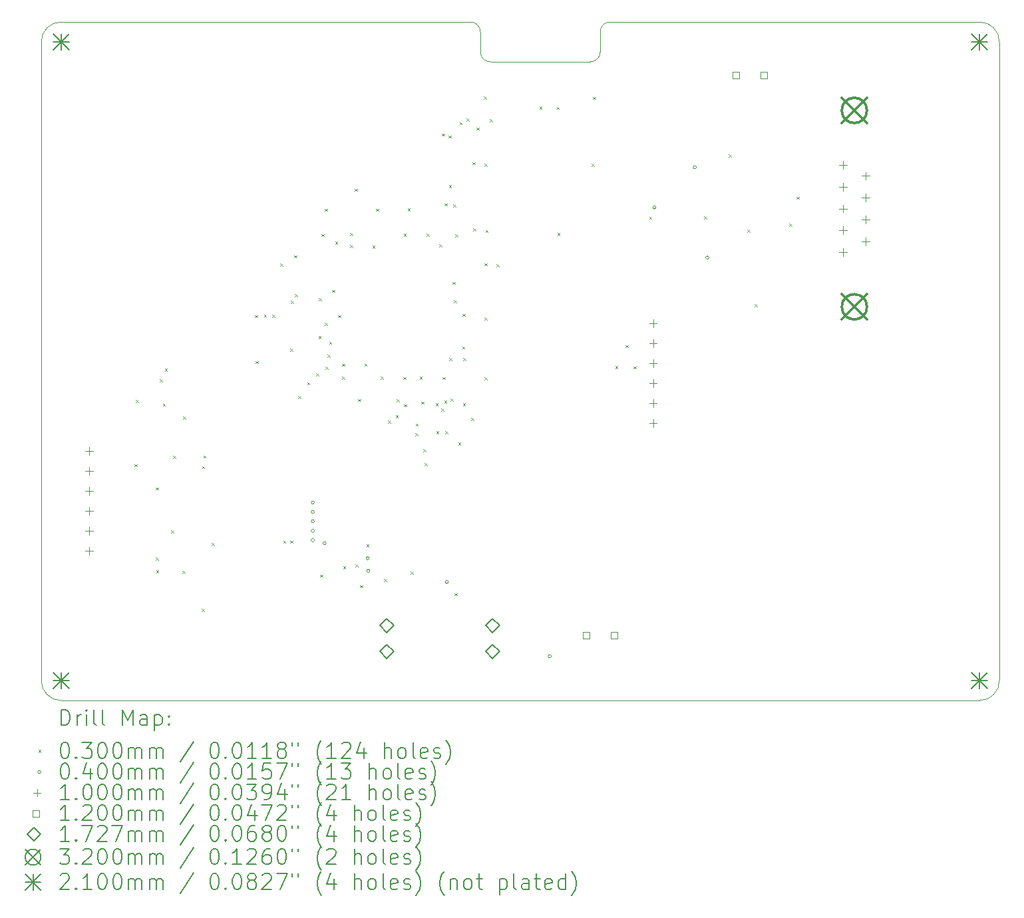
<source format=gbr>
%FSLAX45Y45*%
G04 Gerber Fmt 4.5, Leading zero omitted, Abs format (unit mm)*
G04 Created by KiCad (PCBNEW (6.0.5)) date 2023-02-13 01:00:58*
%MOMM*%
%LPD*%
G01*
G04 APERTURE LIST*
%TA.AperFunction,Profile*%
%ADD10C,0.100000*%
%TD*%
%ADD11C,0.200000*%
%ADD12C,0.030000*%
%ADD13C,0.040000*%
%ADD14C,0.100000*%
%ADD15C,0.120000*%
%ADD16C,0.172720*%
%ADD17C,0.320000*%
%ADD18C,0.210000*%
G04 APERTURE END LIST*
D10*
X1526540Y-10922000D02*
X13205460Y-10922000D01*
X6858004Y-2411730D02*
G75*
G03*
X6729832Y-2286000I-127264J-1540D01*
G01*
X8507099Y-2285996D02*
G75*
G03*
X8382000Y-2412626I-369J-124744D01*
G01*
X6857999Y-2668637D02*
G75*
G03*
X6985000Y-2794000I123791J-1603D01*
G01*
X6985000Y-2794000D02*
X8255000Y-2794000D01*
X1524000Y-2285999D02*
G75*
G03*
X1270000Y-2539265I-1461J-252536D01*
G01*
X13205460Y-10921999D02*
G75*
G03*
X13462000Y-10662920I3760J252829D01*
G01*
X1270000Y-2539265D02*
X1269956Y-10665460D01*
X13462000Y-10662920D02*
X13462000Y-2539435D01*
X6729832Y-2286000D02*
X1524000Y-2286000D01*
X8255000Y-2793999D02*
G75*
G03*
X8382000Y-2668637I3190J123779D01*
G01*
X8382000Y-2668637D02*
X8382000Y-2412626D01*
X13461996Y-2539435D02*
G75*
G03*
X13210540Y-2286000I-251926J1505D01*
G01*
X6858000Y-2411730D02*
X6858000Y-2668637D01*
X1269959Y-10665460D02*
G75*
G03*
X1526540Y-10922000I252011J-4530D01*
G01*
X8507099Y-2286000D02*
X13210540Y-2286000D01*
D11*
D12*
X2455480Y-7912340D02*
X2485480Y-7942340D01*
X2485480Y-7912340D02*
X2455480Y-7942340D01*
X2474200Y-7097000D02*
X2504200Y-7127000D01*
X2504200Y-7097000D02*
X2474200Y-7127000D01*
X2728200Y-9103600D02*
X2758200Y-9133600D01*
X2758200Y-9103600D02*
X2728200Y-9133600D01*
X2729800Y-8212060D02*
X2759800Y-8242060D01*
X2759800Y-8212060D02*
X2729800Y-8242060D01*
X2732340Y-9263620D02*
X2762340Y-9293620D01*
X2762340Y-9263620D02*
X2732340Y-9293620D01*
X2776460Y-6835380D02*
X2806460Y-6865380D01*
X2806460Y-6835380D02*
X2776460Y-6865380D01*
X2816160Y-7145260D02*
X2846160Y-7175260D01*
X2846160Y-7145260D02*
X2816160Y-7175260D01*
X2841560Y-6700760D02*
X2871560Y-6730760D01*
X2871560Y-6700760D02*
X2841560Y-6730760D01*
X2920300Y-8755620D02*
X2950300Y-8785620D01*
X2950300Y-8755620D02*
X2920300Y-8785620D01*
X2948240Y-7808200D02*
X2978240Y-7838200D01*
X2978240Y-7808200D02*
X2948240Y-7838200D01*
X3065080Y-9273780D02*
X3095080Y-9303780D01*
X3095080Y-9273780D02*
X3065080Y-9303780D01*
X3076180Y-7307820D02*
X3106180Y-7337820D01*
X3106180Y-7307820D02*
X3076180Y-7337820D01*
X3312400Y-9756380D02*
X3342400Y-9786380D01*
X3342400Y-9756380D02*
X3312400Y-9786380D01*
X3316540Y-7937740D02*
X3346540Y-7967740D01*
X3346540Y-7937740D02*
X3316540Y-7967740D01*
X3332720Y-7803120D02*
X3362720Y-7833120D01*
X3362720Y-7803120D02*
X3332720Y-7833120D01*
X3441000Y-8918180D02*
X3471000Y-8948180D01*
X3471000Y-8918180D02*
X3441000Y-8948180D01*
X3990580Y-6017500D02*
X4020580Y-6047500D01*
X4020580Y-6017500D02*
X3990580Y-6047500D01*
X3995660Y-6601700D02*
X4025660Y-6631700D01*
X4025660Y-6601700D02*
X3995660Y-6631700D01*
X4102340Y-6007340D02*
X4132340Y-6037340D01*
X4132340Y-6007340D02*
X4102340Y-6037340D01*
X4209020Y-6012420D02*
X4239020Y-6042420D01*
X4239020Y-6012420D02*
X4209020Y-6042420D01*
X4310620Y-5362180D02*
X4340620Y-5392180D01*
X4340620Y-5362180D02*
X4310620Y-5392180D01*
X4350360Y-8886800D02*
X4380360Y-8916800D01*
X4380360Y-8886800D02*
X4350360Y-8916800D01*
X4437620Y-6444220D02*
X4467620Y-6474220D01*
X4467620Y-6444220D02*
X4437620Y-6474220D01*
X4438520Y-8886800D02*
X4468520Y-8916800D01*
X4468520Y-8886800D02*
X4438520Y-8916800D01*
X4445240Y-5837160D02*
X4475240Y-5867160D01*
X4475240Y-5837160D02*
X4445240Y-5867160D01*
X4490850Y-5255500D02*
X4520850Y-5285500D01*
X4520850Y-5255500D02*
X4490850Y-5285500D01*
X4498580Y-5750800D02*
X4528580Y-5780800D01*
X4528580Y-5750800D02*
X4498580Y-5780800D01*
X4539220Y-7046200D02*
X4569220Y-7076200D01*
X4569220Y-7046200D02*
X4539220Y-7076200D01*
X4653520Y-6871050D02*
X4683520Y-6901050D01*
X4683520Y-6871050D02*
X4653520Y-6901050D01*
X4770360Y-6756640D02*
X4800360Y-6786640D01*
X4800360Y-6756640D02*
X4770360Y-6786640D01*
X4798300Y-6284200D02*
X4828300Y-6314200D01*
X4828300Y-6284200D02*
X4798300Y-6314200D01*
X4800950Y-5801600D02*
X4830950Y-5831600D01*
X4830950Y-5801600D02*
X4800950Y-5831600D01*
X4818941Y-9319166D02*
X4848941Y-9349166D01*
X4848941Y-9319166D02*
X4818941Y-9349166D01*
X4836510Y-4983720D02*
X4866510Y-5013720D01*
X4866510Y-4983720D02*
X4836510Y-5013720D01*
X4877150Y-6116560D02*
X4907150Y-6146560D01*
X4907150Y-6116560D02*
X4877150Y-6146560D01*
X4879580Y-4663680D02*
X4909580Y-4693680D01*
X4909580Y-4663680D02*
X4879580Y-4693680D01*
X4884660Y-6675360D02*
X4914660Y-6705360D01*
X4914660Y-6675360D02*
X4884660Y-6705360D01*
X4912600Y-6522960D02*
X4942600Y-6552960D01*
X4942600Y-6522960D02*
X4912600Y-6552960D01*
X4932920Y-6355320D02*
X4962920Y-6385320D01*
X4962920Y-6355320D02*
X4932920Y-6385320D01*
X4971020Y-5694920D02*
X5001020Y-5724920D01*
X5001020Y-5694920D02*
X4971020Y-5724920D01*
X5009120Y-5080240D02*
X5039120Y-5110240D01*
X5039120Y-5080240D02*
X5009120Y-5110240D01*
X5049760Y-6017500D02*
X5079760Y-6047500D01*
X5079760Y-6017500D02*
X5049760Y-6047500D01*
X5098020Y-6634720D02*
X5128020Y-6664720D01*
X5128020Y-6634720D02*
X5098020Y-6664720D01*
X5098020Y-6802360D02*
X5128020Y-6832360D01*
X5128020Y-6802360D02*
X5098020Y-6832360D01*
X5111041Y-9212486D02*
X5141041Y-9242486D01*
X5141041Y-9212486D02*
X5111041Y-9242486D01*
X5199620Y-5125960D02*
X5229620Y-5155960D01*
X5229620Y-5125960D02*
X5199620Y-5155960D01*
X5202160Y-4971020D02*
X5232160Y-5001020D01*
X5232160Y-4971020D02*
X5202160Y-5001020D01*
X5260580Y-4409680D02*
X5290580Y-4439680D01*
X5290580Y-4409680D02*
X5260580Y-4439680D01*
X5269201Y-9186986D02*
X5299201Y-9216986D01*
X5299201Y-9186986D02*
X5269201Y-9216986D01*
X5301220Y-7084300D02*
X5331220Y-7114300D01*
X5331220Y-7084300D02*
X5301220Y-7114300D01*
X5325950Y-9454555D02*
X5355950Y-9484555D01*
X5355950Y-9454555D02*
X5325950Y-9484555D01*
X5382390Y-6634720D02*
X5412390Y-6664720D01*
X5412390Y-6634720D02*
X5382390Y-6664720D01*
X5406000Y-8933800D02*
X5436000Y-8963800D01*
X5436000Y-8933800D02*
X5406000Y-8963800D01*
X5483990Y-5131040D02*
X5513990Y-5161040D01*
X5513990Y-5131040D02*
X5483990Y-5161040D01*
X5529820Y-4661140D02*
X5559820Y-4691140D01*
X5559820Y-4661140D02*
X5529820Y-4691140D01*
X5588240Y-6802360D02*
X5618240Y-6832360D01*
X5618240Y-6802360D02*
X5588240Y-6832360D01*
X5629520Y-9375760D02*
X5659520Y-9405760D01*
X5659520Y-9375760D02*
X5629520Y-9405760D01*
X5684760Y-7358620D02*
X5714760Y-7388620D01*
X5714760Y-7358620D02*
X5684760Y-7388620D01*
X5778740Y-7292580D02*
X5808740Y-7322580D01*
X5808740Y-7292580D02*
X5778740Y-7322580D01*
X5793980Y-7086840D02*
X5823980Y-7116840D01*
X5823980Y-7086840D02*
X5793980Y-7116840D01*
X5875150Y-6804900D02*
X5905150Y-6834900D01*
X5905150Y-6804900D02*
X5875150Y-6834900D01*
X5880450Y-4981180D02*
X5910450Y-5011180D01*
X5910450Y-4981180D02*
X5880450Y-5011180D01*
X5887960Y-7152880D02*
X5917960Y-7182880D01*
X5917960Y-7152880D02*
X5887960Y-7182880D01*
X5933680Y-4658600D02*
X5963680Y-4688600D01*
X5963680Y-4658600D02*
X5933680Y-4688600D01*
X5969880Y-9281780D02*
X5999880Y-9311780D01*
X5999880Y-9281780D02*
X5969880Y-9311780D01*
X6027660Y-7518640D02*
X6057660Y-7548640D01*
X6057660Y-7518640D02*
X6027660Y-7548640D01*
X6035280Y-7399260D02*
X6065280Y-7429260D01*
X6065280Y-7399260D02*
X6035280Y-7429260D01*
X6086080Y-6802360D02*
X6116080Y-6832360D01*
X6116080Y-6802360D02*
X6086080Y-6832360D01*
X6103860Y-7119860D02*
X6133860Y-7149860D01*
X6133860Y-7119860D02*
X6103860Y-7149860D01*
X6131800Y-7724380D02*
X6161800Y-7754380D01*
X6161800Y-7724380D02*
X6131800Y-7754380D01*
X6147040Y-7899640D02*
X6177040Y-7929640D01*
X6177040Y-7899640D02*
X6147040Y-7929640D01*
X6172440Y-4978640D02*
X6202440Y-5008640D01*
X6202440Y-4978640D02*
X6172440Y-5008640D01*
X6286740Y-7137640D02*
X6316740Y-7167640D01*
X6316740Y-7137640D02*
X6286740Y-7167640D01*
X6297820Y-7497360D02*
X6327820Y-7527360D01*
X6327820Y-7497360D02*
X6297820Y-7527360D01*
X6335000Y-5115800D02*
X6365000Y-5145800D01*
X6365000Y-5115800D02*
X6335000Y-5145800D01*
X6359739Y-7208399D02*
X6389739Y-7238399D01*
X6389739Y-7208399D02*
X6359739Y-7238399D01*
X6370560Y-3706100D02*
X6400560Y-3736100D01*
X6400560Y-3706100D02*
X6370560Y-3736100D01*
X6375530Y-6804900D02*
X6405530Y-6834900D01*
X6405530Y-6804900D02*
X6375530Y-6834900D01*
X6398500Y-7107160D02*
X6428500Y-7137160D01*
X6428500Y-7107160D02*
X6398500Y-7137160D01*
X6403580Y-4595100D02*
X6433580Y-4625100D01*
X6433580Y-4595100D02*
X6403580Y-4625100D01*
X6412820Y-7497360D02*
X6442820Y-7527360D01*
X6442820Y-7497360D02*
X6412820Y-7527360D01*
X6454380Y-3731790D02*
X6484380Y-3761790D01*
X6484380Y-3731790D02*
X6454380Y-3761790D01*
X6456230Y-4363960D02*
X6486230Y-4393960D01*
X6486230Y-4363960D02*
X6456230Y-4393960D01*
X6462000Y-6563600D02*
X6492000Y-6593600D01*
X6492000Y-6563600D02*
X6462000Y-6593600D01*
X6477430Y-7081760D02*
X6507430Y-7111760D01*
X6507430Y-7081760D02*
X6477430Y-7111760D01*
X6505180Y-5595860D02*
X6535180Y-5625860D01*
X6535180Y-5595860D02*
X6505180Y-5625860D01*
X6512800Y-4607800D02*
X6542800Y-4637800D01*
X6542800Y-4607800D02*
X6512800Y-4637800D01*
X6522960Y-5827000D02*
X6552960Y-5857000D01*
X6552960Y-5827000D02*
X6522960Y-5857000D01*
X6528361Y-9555386D02*
X6558361Y-9585386D01*
X6558361Y-9555386D02*
X6528361Y-9585386D01*
X6538200Y-4988800D02*
X6568200Y-5018800D01*
X6568200Y-4988800D02*
X6538200Y-5018800D01*
X6576300Y-7640560D02*
X6606300Y-7670560D01*
X6606300Y-7640560D02*
X6576300Y-7670560D01*
X6591540Y-3563860D02*
X6621540Y-3593860D01*
X6621540Y-3563860D02*
X6591540Y-3593860D01*
X6626990Y-6413740D02*
X6656990Y-6443740D01*
X6656990Y-6413740D02*
X6626990Y-6443740D01*
X6632180Y-6002150D02*
X6662180Y-6032150D01*
X6662180Y-6002150D02*
X6632180Y-6032150D01*
X6635230Y-7140180D02*
X6665230Y-7170180D01*
X6665230Y-7140180D02*
X6635230Y-7170180D01*
X6639800Y-6563600D02*
X6669800Y-6593600D01*
X6669800Y-6563600D02*
X6639800Y-6593600D01*
X6682980Y-3515600D02*
X6712980Y-3545600D01*
X6712980Y-3515600D02*
X6682980Y-3545600D01*
X6741400Y-7325600D02*
X6771400Y-7355600D01*
X6771400Y-7325600D02*
X6741400Y-7355600D01*
X6759180Y-4069320D02*
X6789180Y-4099320D01*
X6789180Y-4069320D02*
X6759180Y-4099320D01*
X6766800Y-4912600D02*
X6796800Y-4942600D01*
X6796800Y-4912600D02*
X6766800Y-4942600D01*
X6807550Y-3629900D02*
X6837550Y-3659900D01*
X6837550Y-3629900D02*
X6807550Y-3659900D01*
X6901260Y-3236930D02*
X6931260Y-3266930D01*
X6931260Y-3236930D02*
X6901260Y-3266930D01*
X6909040Y-5357100D02*
X6939040Y-5387100D01*
X6939040Y-5357100D02*
X6909040Y-5387100D01*
X6911420Y-4092910D02*
X6941420Y-4122910D01*
X6941420Y-4092910D02*
X6911420Y-4122910D01*
X6911580Y-6047980D02*
X6941580Y-6077980D01*
X6941580Y-6047980D02*
X6911580Y-6077980D01*
X6911580Y-6807550D02*
X6941580Y-6837550D01*
X6941580Y-6807550D02*
X6911580Y-6837550D01*
X6924280Y-4932920D02*
X6954280Y-4962920D01*
X6954280Y-4932920D02*
X6924280Y-4962920D01*
X6980160Y-3525760D02*
X7010160Y-3555760D01*
X7010160Y-3525760D02*
X6980160Y-3555760D01*
X7061440Y-5369800D02*
X7091440Y-5399800D01*
X7091440Y-5369800D02*
X7061440Y-5399800D01*
X7607220Y-3363200D02*
X7637220Y-3393200D01*
X7637220Y-3363200D02*
X7607220Y-3393200D01*
X7827220Y-3367300D02*
X7857220Y-3397300D01*
X7857220Y-3367300D02*
X7827220Y-3397300D01*
X7838680Y-4973560D02*
X7868680Y-5003560D01*
X7868680Y-4973560D02*
X7838680Y-5003560D01*
X8275400Y-4090370D02*
X8305400Y-4120370D01*
X8305400Y-4090370D02*
X8275400Y-4120370D01*
X8288100Y-3242010D02*
X8318100Y-3272010D01*
X8318100Y-3242010D02*
X8288100Y-3272010D01*
X8573780Y-6666120D02*
X8603780Y-6696120D01*
X8603780Y-6666120D02*
X8573780Y-6696120D01*
X8703780Y-6400120D02*
X8733780Y-6430120D01*
X8733780Y-6400120D02*
X8703780Y-6430120D01*
X8808960Y-6670280D02*
X8838960Y-6700280D01*
X8838960Y-6670280D02*
X8808960Y-6700280D01*
X9007080Y-4762740D02*
X9037080Y-4792740D01*
X9037080Y-4762740D02*
X9007080Y-4792740D01*
X9705680Y-4759350D02*
X9735680Y-4789350D01*
X9735680Y-4759350D02*
X9705680Y-4789350D01*
X10018000Y-3972800D02*
X10048000Y-4002800D01*
X10048000Y-3972800D02*
X10018000Y-4002800D01*
X10256760Y-4930380D02*
X10286760Y-4960380D01*
X10286760Y-4930380D02*
X10256760Y-4960380D01*
X10345660Y-5877800D02*
X10375660Y-5907800D01*
X10375660Y-5877800D02*
X10345660Y-5907800D01*
X10786150Y-4852710D02*
X10816150Y-4882710D01*
X10816150Y-4852710D02*
X10786150Y-4882710D01*
X10881600Y-4509810D02*
X10911600Y-4539810D01*
X10911600Y-4509810D02*
X10881600Y-4539810D01*
D13*
X4744400Y-8402320D02*
G75*
G03*
X4744400Y-8402320I-20000J0D01*
G01*
X4744400Y-8522320D02*
G75*
G03*
X4744400Y-8522320I-20000J0D01*
G01*
X4744400Y-8642320D02*
G75*
G03*
X4744400Y-8642320I-20000J0D01*
G01*
X4744400Y-8762320D02*
G75*
G03*
X4744400Y-8762320I-20000J0D01*
G01*
X4744400Y-8882320D02*
G75*
G03*
X4744400Y-8882320I-20000J0D01*
G01*
X4894260Y-8920480D02*
G75*
G03*
X4894260Y-8920480I-20000J0D01*
G01*
X5441000Y-9111250D02*
G75*
G03*
X5441000Y-9111250I-20000J0D01*
G01*
X5451160Y-9271380D02*
G75*
G03*
X5451160Y-9271380I-20000J0D01*
G01*
X6449741Y-9412806D02*
G75*
G03*
X6449741Y-9412806I-20000J0D01*
G01*
X7759150Y-10358350D02*
G75*
G03*
X7759150Y-10358350I-20000J0D01*
G01*
X9092030Y-4647350D02*
G75*
G03*
X9092030Y-4647350I-20000J0D01*
G01*
X9604490Y-4136190D02*
G75*
G03*
X9604490Y-4136190I-20000J0D01*
G01*
X9764960Y-5284890D02*
G75*
G03*
X9764960Y-5284890I-20000J0D01*
G01*
D14*
X1879600Y-7697000D02*
X1879600Y-7797000D01*
X1829600Y-7747000D02*
X1929600Y-7747000D01*
X1879600Y-7951000D02*
X1879600Y-8051000D01*
X1829600Y-8001000D02*
X1929600Y-8001000D01*
X1879600Y-8205000D02*
X1879600Y-8305000D01*
X1829600Y-8255000D02*
X1929600Y-8255000D01*
X1879600Y-8459000D02*
X1879600Y-8559000D01*
X1829600Y-8509000D02*
X1929600Y-8509000D01*
X1879600Y-8713000D02*
X1879600Y-8813000D01*
X1829600Y-8763000D02*
X1929600Y-8763000D01*
X1879600Y-8967000D02*
X1879600Y-9067000D01*
X1829600Y-9017000D02*
X1929600Y-9017000D01*
X9055100Y-6068860D02*
X9055100Y-6168860D01*
X9005100Y-6118860D02*
X9105100Y-6118860D01*
X9055100Y-6322860D02*
X9055100Y-6422860D01*
X9005100Y-6372860D02*
X9105100Y-6372860D01*
X9055100Y-6576860D02*
X9055100Y-6676860D01*
X9005100Y-6626860D02*
X9105100Y-6626860D01*
X9055100Y-6830860D02*
X9055100Y-6930860D01*
X9005100Y-6880860D02*
X9105100Y-6880860D01*
X9055100Y-7084860D02*
X9055100Y-7184860D01*
X9005100Y-7134860D02*
X9105100Y-7134860D01*
X9055100Y-7338860D02*
X9055100Y-7438860D01*
X9005100Y-7388860D02*
X9105100Y-7388860D01*
X11474250Y-4057690D02*
X11474250Y-4157690D01*
X11424250Y-4107690D02*
X11524250Y-4107690D01*
X11474250Y-4334690D02*
X11474250Y-4434690D01*
X11424250Y-4384690D02*
X11524250Y-4384690D01*
X11474250Y-4611690D02*
X11474250Y-4711690D01*
X11424250Y-4661690D02*
X11524250Y-4661690D01*
X11474250Y-4888690D02*
X11474250Y-4988690D01*
X11424250Y-4938690D02*
X11524250Y-4938690D01*
X11474250Y-5165690D02*
X11474250Y-5265690D01*
X11424250Y-5215690D02*
X11524250Y-5215690D01*
X11758250Y-4196190D02*
X11758250Y-4296190D01*
X11708250Y-4246190D02*
X11808250Y-4246190D01*
X11758250Y-4473190D02*
X11758250Y-4573190D01*
X11708250Y-4523190D02*
X11808250Y-4523190D01*
X11758250Y-4750190D02*
X11758250Y-4850190D01*
X11708250Y-4800190D02*
X11808250Y-4800190D01*
X11758250Y-5027190D02*
X11758250Y-5127190D01*
X11708250Y-5077190D02*
X11808250Y-5077190D01*
D15*
X8249427Y-10132427D02*
X8249427Y-10047573D01*
X8164573Y-10047573D01*
X8164573Y-10132427D01*
X8249427Y-10132427D01*
X8599427Y-10132427D02*
X8599427Y-10047573D01*
X8514573Y-10047573D01*
X8514573Y-10132427D01*
X8599427Y-10132427D01*
X10154427Y-3008027D02*
X10154427Y-2923173D01*
X10069573Y-2923173D01*
X10069573Y-3008027D01*
X10154427Y-3008027D01*
X10504427Y-3008027D02*
X10504427Y-2923173D01*
X10419573Y-2923173D01*
X10419573Y-3008027D01*
X10504427Y-3008027D01*
D16*
X5667061Y-10055526D02*
X5753421Y-9969166D01*
X5667061Y-9882806D01*
X5580701Y-9969166D01*
X5667061Y-10055526D01*
X5667061Y-10385726D02*
X5753421Y-10299366D01*
X5667061Y-10213006D01*
X5580701Y-10299366D01*
X5667061Y-10385726D01*
X7013261Y-10055526D02*
X7099621Y-9969166D01*
X7013261Y-9882806D01*
X6926901Y-9969166D01*
X7013261Y-10055526D01*
X7013261Y-10385726D02*
X7099621Y-10299366D01*
X7013261Y-10213006D01*
X6926901Y-10299366D01*
X7013261Y-10385726D01*
D17*
X11456250Y-3251690D02*
X11776250Y-3571690D01*
X11776250Y-3251690D02*
X11456250Y-3571690D01*
X11776250Y-3411690D02*
G75*
G03*
X11776250Y-3411690I-160000J0D01*
G01*
X11456250Y-5751690D02*
X11776250Y-6071690D01*
X11776250Y-5751690D02*
X11456250Y-6071690D01*
X11776250Y-5911690D02*
G75*
G03*
X11776250Y-5911690I-160000J0D01*
G01*
D18*
X1419000Y-2435000D02*
X1629000Y-2645000D01*
X1629000Y-2435000D02*
X1419000Y-2645000D01*
X1524000Y-2435000D02*
X1524000Y-2645000D01*
X1419000Y-2540000D02*
X1629000Y-2540000D01*
X1419000Y-10563000D02*
X1629000Y-10773000D01*
X1629000Y-10563000D02*
X1419000Y-10773000D01*
X1524000Y-10563000D02*
X1524000Y-10773000D01*
X1419000Y-10668000D02*
X1629000Y-10668000D01*
X13103000Y-2435000D02*
X13313000Y-2645000D01*
X13313000Y-2435000D02*
X13103000Y-2645000D01*
X13208000Y-2435000D02*
X13208000Y-2645000D01*
X13103000Y-2540000D02*
X13313000Y-2540000D01*
X13103000Y-10563000D02*
X13313000Y-10773000D01*
X13313000Y-10563000D02*
X13103000Y-10773000D01*
X13208000Y-10563000D02*
X13208000Y-10773000D01*
X13103000Y-10668000D02*
X13313000Y-10668000D01*
D11*
X1522538Y-11237517D02*
X1522538Y-11037518D01*
X1570157Y-11037518D01*
X1598728Y-11047041D01*
X1617776Y-11066089D01*
X1627299Y-11085137D01*
X1636823Y-11123232D01*
X1636823Y-11151803D01*
X1627299Y-11189898D01*
X1617776Y-11208946D01*
X1598728Y-11227994D01*
X1570157Y-11237517D01*
X1522538Y-11237517D01*
X1722538Y-11237517D02*
X1722538Y-11104184D01*
X1722538Y-11142279D02*
X1732061Y-11123232D01*
X1741585Y-11113708D01*
X1760633Y-11104184D01*
X1779680Y-11104184D01*
X1846347Y-11237517D02*
X1846347Y-11104184D01*
X1846347Y-11037518D02*
X1836823Y-11047041D01*
X1846347Y-11056565D01*
X1855871Y-11047041D01*
X1846347Y-11037518D01*
X1846347Y-11056565D01*
X1970157Y-11237517D02*
X1951109Y-11227994D01*
X1941585Y-11208946D01*
X1941585Y-11037518D01*
X2074919Y-11237517D02*
X2055871Y-11227994D01*
X2046347Y-11208946D01*
X2046347Y-11037518D01*
X2303490Y-11237517D02*
X2303490Y-11037518D01*
X2370157Y-11180375D01*
X2436823Y-11037518D01*
X2436823Y-11237517D01*
X2617776Y-11237517D02*
X2617776Y-11132756D01*
X2608252Y-11113708D01*
X2589204Y-11104184D01*
X2551109Y-11104184D01*
X2532061Y-11113708D01*
X2617776Y-11227994D02*
X2598728Y-11237517D01*
X2551109Y-11237517D01*
X2532061Y-11227994D01*
X2522538Y-11208946D01*
X2522538Y-11189898D01*
X2532061Y-11170851D01*
X2551109Y-11161327D01*
X2598728Y-11161327D01*
X2617776Y-11151803D01*
X2713014Y-11104184D02*
X2713014Y-11304184D01*
X2713014Y-11113708D02*
X2732061Y-11104184D01*
X2770157Y-11104184D01*
X2789204Y-11113708D01*
X2798728Y-11123232D01*
X2808252Y-11142279D01*
X2808252Y-11199422D01*
X2798728Y-11218470D01*
X2789204Y-11227994D01*
X2770157Y-11237517D01*
X2732061Y-11237517D01*
X2713014Y-11227994D01*
X2893966Y-11218470D02*
X2903490Y-11227994D01*
X2893966Y-11237517D01*
X2884442Y-11227994D01*
X2893966Y-11218470D01*
X2893966Y-11237517D01*
X2893966Y-11113708D02*
X2903490Y-11123232D01*
X2893966Y-11132756D01*
X2884442Y-11123232D01*
X2893966Y-11113708D01*
X2893966Y-11132756D01*
D12*
X1234919Y-11552041D02*
X1264919Y-11582041D01*
X1264919Y-11552041D02*
X1234919Y-11582041D01*
D11*
X1560633Y-11457517D02*
X1579680Y-11457517D01*
X1598728Y-11467041D01*
X1608252Y-11476565D01*
X1617776Y-11495613D01*
X1627299Y-11533708D01*
X1627299Y-11581327D01*
X1617776Y-11619422D01*
X1608252Y-11638470D01*
X1598728Y-11647994D01*
X1579680Y-11657517D01*
X1560633Y-11657517D01*
X1541585Y-11647994D01*
X1532061Y-11638470D01*
X1522538Y-11619422D01*
X1513014Y-11581327D01*
X1513014Y-11533708D01*
X1522538Y-11495613D01*
X1532061Y-11476565D01*
X1541585Y-11467041D01*
X1560633Y-11457517D01*
X1713014Y-11638470D02*
X1722538Y-11647994D01*
X1713014Y-11657517D01*
X1703490Y-11647994D01*
X1713014Y-11638470D01*
X1713014Y-11657517D01*
X1789204Y-11457517D02*
X1913014Y-11457517D01*
X1846347Y-11533708D01*
X1874919Y-11533708D01*
X1893966Y-11543232D01*
X1903490Y-11552756D01*
X1913014Y-11571803D01*
X1913014Y-11619422D01*
X1903490Y-11638470D01*
X1893966Y-11647994D01*
X1874919Y-11657517D01*
X1817776Y-11657517D01*
X1798728Y-11647994D01*
X1789204Y-11638470D01*
X2036823Y-11457517D02*
X2055871Y-11457517D01*
X2074919Y-11467041D01*
X2084442Y-11476565D01*
X2093966Y-11495613D01*
X2103490Y-11533708D01*
X2103490Y-11581327D01*
X2093966Y-11619422D01*
X2084442Y-11638470D01*
X2074919Y-11647994D01*
X2055871Y-11657517D01*
X2036823Y-11657517D01*
X2017776Y-11647994D01*
X2008252Y-11638470D01*
X1998728Y-11619422D01*
X1989204Y-11581327D01*
X1989204Y-11533708D01*
X1998728Y-11495613D01*
X2008252Y-11476565D01*
X2017776Y-11467041D01*
X2036823Y-11457517D01*
X2227300Y-11457517D02*
X2246347Y-11457517D01*
X2265395Y-11467041D01*
X2274919Y-11476565D01*
X2284442Y-11495613D01*
X2293966Y-11533708D01*
X2293966Y-11581327D01*
X2284442Y-11619422D01*
X2274919Y-11638470D01*
X2265395Y-11647994D01*
X2246347Y-11657517D01*
X2227300Y-11657517D01*
X2208252Y-11647994D01*
X2198728Y-11638470D01*
X2189204Y-11619422D01*
X2179681Y-11581327D01*
X2179681Y-11533708D01*
X2189204Y-11495613D01*
X2198728Y-11476565D01*
X2208252Y-11467041D01*
X2227300Y-11457517D01*
X2379681Y-11657517D02*
X2379681Y-11524184D01*
X2379681Y-11543232D02*
X2389204Y-11533708D01*
X2408252Y-11524184D01*
X2436823Y-11524184D01*
X2455871Y-11533708D01*
X2465395Y-11552756D01*
X2465395Y-11657517D01*
X2465395Y-11552756D02*
X2474919Y-11533708D01*
X2493966Y-11524184D01*
X2522538Y-11524184D01*
X2541585Y-11533708D01*
X2551109Y-11552756D01*
X2551109Y-11657517D01*
X2646347Y-11657517D02*
X2646347Y-11524184D01*
X2646347Y-11543232D02*
X2655871Y-11533708D01*
X2674919Y-11524184D01*
X2703490Y-11524184D01*
X2722538Y-11533708D01*
X2732061Y-11552756D01*
X2732061Y-11657517D01*
X2732061Y-11552756D02*
X2741585Y-11533708D01*
X2760633Y-11524184D01*
X2789204Y-11524184D01*
X2808252Y-11533708D01*
X2817776Y-11552756D01*
X2817776Y-11657517D01*
X3208252Y-11447994D02*
X3036823Y-11705137D01*
X3465395Y-11457517D02*
X3484442Y-11457517D01*
X3503490Y-11467041D01*
X3513014Y-11476565D01*
X3522538Y-11495613D01*
X3532061Y-11533708D01*
X3532061Y-11581327D01*
X3522538Y-11619422D01*
X3513014Y-11638470D01*
X3503490Y-11647994D01*
X3484442Y-11657517D01*
X3465395Y-11657517D01*
X3446347Y-11647994D01*
X3436823Y-11638470D01*
X3427299Y-11619422D01*
X3417776Y-11581327D01*
X3417776Y-11533708D01*
X3427299Y-11495613D01*
X3436823Y-11476565D01*
X3446347Y-11467041D01*
X3465395Y-11457517D01*
X3617776Y-11638470D02*
X3627299Y-11647994D01*
X3617776Y-11657517D01*
X3608252Y-11647994D01*
X3617776Y-11638470D01*
X3617776Y-11657517D01*
X3751109Y-11457517D02*
X3770157Y-11457517D01*
X3789204Y-11467041D01*
X3798728Y-11476565D01*
X3808252Y-11495613D01*
X3817776Y-11533708D01*
X3817776Y-11581327D01*
X3808252Y-11619422D01*
X3798728Y-11638470D01*
X3789204Y-11647994D01*
X3770157Y-11657517D01*
X3751109Y-11657517D01*
X3732061Y-11647994D01*
X3722538Y-11638470D01*
X3713014Y-11619422D01*
X3703490Y-11581327D01*
X3703490Y-11533708D01*
X3713014Y-11495613D01*
X3722538Y-11476565D01*
X3732061Y-11467041D01*
X3751109Y-11457517D01*
X4008252Y-11657517D02*
X3893966Y-11657517D01*
X3951109Y-11657517D02*
X3951109Y-11457517D01*
X3932061Y-11486089D01*
X3913014Y-11505137D01*
X3893966Y-11514660D01*
X4198728Y-11657517D02*
X4084442Y-11657517D01*
X4141585Y-11657517D02*
X4141585Y-11457517D01*
X4122538Y-11486089D01*
X4103490Y-11505137D01*
X4084442Y-11514660D01*
X4313014Y-11543232D02*
X4293966Y-11533708D01*
X4284442Y-11524184D01*
X4274919Y-11505137D01*
X4274919Y-11495613D01*
X4284442Y-11476565D01*
X4293966Y-11467041D01*
X4313014Y-11457517D01*
X4351109Y-11457517D01*
X4370157Y-11467041D01*
X4379681Y-11476565D01*
X4389204Y-11495613D01*
X4389204Y-11505137D01*
X4379681Y-11524184D01*
X4370157Y-11533708D01*
X4351109Y-11543232D01*
X4313014Y-11543232D01*
X4293966Y-11552756D01*
X4284442Y-11562279D01*
X4274919Y-11581327D01*
X4274919Y-11619422D01*
X4284442Y-11638470D01*
X4293966Y-11647994D01*
X4313014Y-11657517D01*
X4351109Y-11657517D01*
X4370157Y-11647994D01*
X4379681Y-11638470D01*
X4389204Y-11619422D01*
X4389204Y-11581327D01*
X4379681Y-11562279D01*
X4370157Y-11552756D01*
X4351109Y-11543232D01*
X4465395Y-11457517D02*
X4465395Y-11495613D01*
X4541585Y-11457517D02*
X4541585Y-11495613D01*
X4836823Y-11733708D02*
X4827300Y-11724184D01*
X4808252Y-11695613D01*
X4798728Y-11676565D01*
X4789204Y-11647994D01*
X4779681Y-11600375D01*
X4779681Y-11562279D01*
X4789204Y-11514660D01*
X4798728Y-11486089D01*
X4808252Y-11467041D01*
X4827300Y-11438470D01*
X4836823Y-11428946D01*
X5017776Y-11657517D02*
X4903490Y-11657517D01*
X4960633Y-11657517D02*
X4960633Y-11457517D01*
X4941585Y-11486089D01*
X4922538Y-11505137D01*
X4903490Y-11514660D01*
X5093966Y-11476565D02*
X5103490Y-11467041D01*
X5122538Y-11457517D01*
X5170157Y-11457517D01*
X5189204Y-11467041D01*
X5198728Y-11476565D01*
X5208252Y-11495613D01*
X5208252Y-11514660D01*
X5198728Y-11543232D01*
X5084442Y-11657517D01*
X5208252Y-11657517D01*
X5379681Y-11524184D02*
X5379681Y-11657517D01*
X5332061Y-11447994D02*
X5284442Y-11590851D01*
X5408252Y-11590851D01*
X5636823Y-11657517D02*
X5636823Y-11457517D01*
X5722538Y-11657517D02*
X5722538Y-11552756D01*
X5713014Y-11533708D01*
X5693966Y-11524184D01*
X5665395Y-11524184D01*
X5646347Y-11533708D01*
X5636823Y-11543232D01*
X5846347Y-11657517D02*
X5827299Y-11647994D01*
X5817776Y-11638470D01*
X5808252Y-11619422D01*
X5808252Y-11562279D01*
X5817776Y-11543232D01*
X5827299Y-11533708D01*
X5846347Y-11524184D01*
X5874918Y-11524184D01*
X5893966Y-11533708D01*
X5903490Y-11543232D01*
X5913014Y-11562279D01*
X5913014Y-11619422D01*
X5903490Y-11638470D01*
X5893966Y-11647994D01*
X5874918Y-11657517D01*
X5846347Y-11657517D01*
X6027299Y-11657517D02*
X6008252Y-11647994D01*
X5998728Y-11628946D01*
X5998728Y-11457517D01*
X6179680Y-11647994D02*
X6160633Y-11657517D01*
X6122538Y-11657517D01*
X6103490Y-11647994D01*
X6093966Y-11628946D01*
X6093966Y-11552756D01*
X6103490Y-11533708D01*
X6122538Y-11524184D01*
X6160633Y-11524184D01*
X6179680Y-11533708D01*
X6189204Y-11552756D01*
X6189204Y-11571803D01*
X6093966Y-11590851D01*
X6265395Y-11647994D02*
X6284442Y-11657517D01*
X6322538Y-11657517D01*
X6341585Y-11647994D01*
X6351109Y-11628946D01*
X6351109Y-11619422D01*
X6341585Y-11600375D01*
X6322538Y-11590851D01*
X6293966Y-11590851D01*
X6274918Y-11581327D01*
X6265395Y-11562279D01*
X6265395Y-11552756D01*
X6274918Y-11533708D01*
X6293966Y-11524184D01*
X6322538Y-11524184D01*
X6341585Y-11533708D01*
X6417776Y-11733708D02*
X6427299Y-11724184D01*
X6446347Y-11695613D01*
X6455871Y-11676565D01*
X6465395Y-11647994D01*
X6474918Y-11600375D01*
X6474918Y-11562279D01*
X6465395Y-11514660D01*
X6455871Y-11486089D01*
X6446347Y-11467041D01*
X6427299Y-11438470D01*
X6417776Y-11428946D01*
D13*
X1264919Y-11831041D02*
G75*
G03*
X1264919Y-11831041I-20000J0D01*
G01*
D11*
X1560633Y-11721517D02*
X1579680Y-11721517D01*
X1598728Y-11731041D01*
X1608252Y-11740565D01*
X1617776Y-11759613D01*
X1627299Y-11797708D01*
X1627299Y-11845327D01*
X1617776Y-11883422D01*
X1608252Y-11902470D01*
X1598728Y-11911994D01*
X1579680Y-11921517D01*
X1560633Y-11921517D01*
X1541585Y-11911994D01*
X1532061Y-11902470D01*
X1522538Y-11883422D01*
X1513014Y-11845327D01*
X1513014Y-11797708D01*
X1522538Y-11759613D01*
X1532061Y-11740565D01*
X1541585Y-11731041D01*
X1560633Y-11721517D01*
X1713014Y-11902470D02*
X1722538Y-11911994D01*
X1713014Y-11921517D01*
X1703490Y-11911994D01*
X1713014Y-11902470D01*
X1713014Y-11921517D01*
X1893966Y-11788184D02*
X1893966Y-11921517D01*
X1846347Y-11711994D02*
X1798728Y-11854851D01*
X1922538Y-11854851D01*
X2036823Y-11721517D02*
X2055871Y-11721517D01*
X2074919Y-11731041D01*
X2084442Y-11740565D01*
X2093966Y-11759613D01*
X2103490Y-11797708D01*
X2103490Y-11845327D01*
X2093966Y-11883422D01*
X2084442Y-11902470D01*
X2074919Y-11911994D01*
X2055871Y-11921517D01*
X2036823Y-11921517D01*
X2017776Y-11911994D01*
X2008252Y-11902470D01*
X1998728Y-11883422D01*
X1989204Y-11845327D01*
X1989204Y-11797708D01*
X1998728Y-11759613D01*
X2008252Y-11740565D01*
X2017776Y-11731041D01*
X2036823Y-11721517D01*
X2227300Y-11721517D02*
X2246347Y-11721517D01*
X2265395Y-11731041D01*
X2274919Y-11740565D01*
X2284442Y-11759613D01*
X2293966Y-11797708D01*
X2293966Y-11845327D01*
X2284442Y-11883422D01*
X2274919Y-11902470D01*
X2265395Y-11911994D01*
X2246347Y-11921517D01*
X2227300Y-11921517D01*
X2208252Y-11911994D01*
X2198728Y-11902470D01*
X2189204Y-11883422D01*
X2179681Y-11845327D01*
X2179681Y-11797708D01*
X2189204Y-11759613D01*
X2198728Y-11740565D01*
X2208252Y-11731041D01*
X2227300Y-11721517D01*
X2379681Y-11921517D02*
X2379681Y-11788184D01*
X2379681Y-11807232D02*
X2389204Y-11797708D01*
X2408252Y-11788184D01*
X2436823Y-11788184D01*
X2455871Y-11797708D01*
X2465395Y-11816756D01*
X2465395Y-11921517D01*
X2465395Y-11816756D02*
X2474919Y-11797708D01*
X2493966Y-11788184D01*
X2522538Y-11788184D01*
X2541585Y-11797708D01*
X2551109Y-11816756D01*
X2551109Y-11921517D01*
X2646347Y-11921517D02*
X2646347Y-11788184D01*
X2646347Y-11807232D02*
X2655871Y-11797708D01*
X2674919Y-11788184D01*
X2703490Y-11788184D01*
X2722538Y-11797708D01*
X2732061Y-11816756D01*
X2732061Y-11921517D01*
X2732061Y-11816756D02*
X2741585Y-11797708D01*
X2760633Y-11788184D01*
X2789204Y-11788184D01*
X2808252Y-11797708D01*
X2817776Y-11816756D01*
X2817776Y-11921517D01*
X3208252Y-11711994D02*
X3036823Y-11969137D01*
X3465395Y-11721517D02*
X3484442Y-11721517D01*
X3503490Y-11731041D01*
X3513014Y-11740565D01*
X3522538Y-11759613D01*
X3532061Y-11797708D01*
X3532061Y-11845327D01*
X3522538Y-11883422D01*
X3513014Y-11902470D01*
X3503490Y-11911994D01*
X3484442Y-11921517D01*
X3465395Y-11921517D01*
X3446347Y-11911994D01*
X3436823Y-11902470D01*
X3427299Y-11883422D01*
X3417776Y-11845327D01*
X3417776Y-11797708D01*
X3427299Y-11759613D01*
X3436823Y-11740565D01*
X3446347Y-11731041D01*
X3465395Y-11721517D01*
X3617776Y-11902470D02*
X3627299Y-11911994D01*
X3617776Y-11921517D01*
X3608252Y-11911994D01*
X3617776Y-11902470D01*
X3617776Y-11921517D01*
X3751109Y-11721517D02*
X3770157Y-11721517D01*
X3789204Y-11731041D01*
X3798728Y-11740565D01*
X3808252Y-11759613D01*
X3817776Y-11797708D01*
X3817776Y-11845327D01*
X3808252Y-11883422D01*
X3798728Y-11902470D01*
X3789204Y-11911994D01*
X3770157Y-11921517D01*
X3751109Y-11921517D01*
X3732061Y-11911994D01*
X3722538Y-11902470D01*
X3713014Y-11883422D01*
X3703490Y-11845327D01*
X3703490Y-11797708D01*
X3713014Y-11759613D01*
X3722538Y-11740565D01*
X3732061Y-11731041D01*
X3751109Y-11721517D01*
X4008252Y-11921517D02*
X3893966Y-11921517D01*
X3951109Y-11921517D02*
X3951109Y-11721517D01*
X3932061Y-11750089D01*
X3913014Y-11769137D01*
X3893966Y-11778660D01*
X4189204Y-11721517D02*
X4093966Y-11721517D01*
X4084442Y-11816756D01*
X4093966Y-11807232D01*
X4113014Y-11797708D01*
X4160633Y-11797708D01*
X4179680Y-11807232D01*
X4189204Y-11816756D01*
X4198728Y-11835803D01*
X4198728Y-11883422D01*
X4189204Y-11902470D01*
X4179680Y-11911994D01*
X4160633Y-11921517D01*
X4113014Y-11921517D01*
X4093966Y-11911994D01*
X4084442Y-11902470D01*
X4265395Y-11721517D02*
X4398728Y-11721517D01*
X4313014Y-11921517D01*
X4465395Y-11721517D02*
X4465395Y-11759613D01*
X4541585Y-11721517D02*
X4541585Y-11759613D01*
X4836823Y-11997708D02*
X4827300Y-11988184D01*
X4808252Y-11959613D01*
X4798728Y-11940565D01*
X4789204Y-11911994D01*
X4779681Y-11864375D01*
X4779681Y-11826279D01*
X4789204Y-11778660D01*
X4798728Y-11750089D01*
X4808252Y-11731041D01*
X4827300Y-11702470D01*
X4836823Y-11692946D01*
X5017776Y-11921517D02*
X4903490Y-11921517D01*
X4960633Y-11921517D02*
X4960633Y-11721517D01*
X4941585Y-11750089D01*
X4922538Y-11769137D01*
X4903490Y-11778660D01*
X5084442Y-11721517D02*
X5208252Y-11721517D01*
X5141585Y-11797708D01*
X5170157Y-11797708D01*
X5189204Y-11807232D01*
X5198728Y-11816756D01*
X5208252Y-11835803D01*
X5208252Y-11883422D01*
X5198728Y-11902470D01*
X5189204Y-11911994D01*
X5170157Y-11921517D01*
X5113014Y-11921517D01*
X5093966Y-11911994D01*
X5084442Y-11902470D01*
X5446347Y-11921517D02*
X5446347Y-11721517D01*
X5532061Y-11921517D02*
X5532061Y-11816756D01*
X5522538Y-11797708D01*
X5503490Y-11788184D01*
X5474919Y-11788184D01*
X5455871Y-11797708D01*
X5446347Y-11807232D01*
X5655871Y-11921517D02*
X5636823Y-11911994D01*
X5627299Y-11902470D01*
X5617776Y-11883422D01*
X5617776Y-11826279D01*
X5627299Y-11807232D01*
X5636823Y-11797708D01*
X5655871Y-11788184D01*
X5684442Y-11788184D01*
X5703490Y-11797708D01*
X5713014Y-11807232D01*
X5722538Y-11826279D01*
X5722538Y-11883422D01*
X5713014Y-11902470D01*
X5703490Y-11911994D01*
X5684442Y-11921517D01*
X5655871Y-11921517D01*
X5836823Y-11921517D02*
X5817776Y-11911994D01*
X5808252Y-11892946D01*
X5808252Y-11721517D01*
X5989204Y-11911994D02*
X5970157Y-11921517D01*
X5932061Y-11921517D01*
X5913014Y-11911994D01*
X5903490Y-11892946D01*
X5903490Y-11816756D01*
X5913014Y-11797708D01*
X5932061Y-11788184D01*
X5970157Y-11788184D01*
X5989204Y-11797708D01*
X5998728Y-11816756D01*
X5998728Y-11835803D01*
X5903490Y-11854851D01*
X6074918Y-11911994D02*
X6093966Y-11921517D01*
X6132061Y-11921517D01*
X6151109Y-11911994D01*
X6160633Y-11892946D01*
X6160633Y-11883422D01*
X6151109Y-11864375D01*
X6132061Y-11854851D01*
X6103490Y-11854851D01*
X6084442Y-11845327D01*
X6074918Y-11826279D01*
X6074918Y-11816756D01*
X6084442Y-11797708D01*
X6103490Y-11788184D01*
X6132061Y-11788184D01*
X6151109Y-11797708D01*
X6227299Y-11997708D02*
X6236823Y-11988184D01*
X6255871Y-11959613D01*
X6265395Y-11940565D01*
X6274918Y-11911994D01*
X6284442Y-11864375D01*
X6284442Y-11826279D01*
X6274918Y-11778660D01*
X6265395Y-11750089D01*
X6255871Y-11731041D01*
X6236823Y-11702470D01*
X6227299Y-11692946D01*
D14*
X1214919Y-12045041D02*
X1214919Y-12145041D01*
X1164919Y-12095041D02*
X1264919Y-12095041D01*
D11*
X1627299Y-12185517D02*
X1513014Y-12185517D01*
X1570157Y-12185517D02*
X1570157Y-11985517D01*
X1551109Y-12014089D01*
X1532061Y-12033137D01*
X1513014Y-12042660D01*
X1713014Y-12166470D02*
X1722538Y-12175994D01*
X1713014Y-12185517D01*
X1703490Y-12175994D01*
X1713014Y-12166470D01*
X1713014Y-12185517D01*
X1846347Y-11985517D02*
X1865395Y-11985517D01*
X1884442Y-11995041D01*
X1893966Y-12004565D01*
X1903490Y-12023613D01*
X1913014Y-12061708D01*
X1913014Y-12109327D01*
X1903490Y-12147422D01*
X1893966Y-12166470D01*
X1884442Y-12175994D01*
X1865395Y-12185517D01*
X1846347Y-12185517D01*
X1827299Y-12175994D01*
X1817776Y-12166470D01*
X1808252Y-12147422D01*
X1798728Y-12109327D01*
X1798728Y-12061708D01*
X1808252Y-12023613D01*
X1817776Y-12004565D01*
X1827299Y-11995041D01*
X1846347Y-11985517D01*
X2036823Y-11985517D02*
X2055871Y-11985517D01*
X2074919Y-11995041D01*
X2084442Y-12004565D01*
X2093966Y-12023613D01*
X2103490Y-12061708D01*
X2103490Y-12109327D01*
X2093966Y-12147422D01*
X2084442Y-12166470D01*
X2074919Y-12175994D01*
X2055871Y-12185517D01*
X2036823Y-12185517D01*
X2017776Y-12175994D01*
X2008252Y-12166470D01*
X1998728Y-12147422D01*
X1989204Y-12109327D01*
X1989204Y-12061708D01*
X1998728Y-12023613D01*
X2008252Y-12004565D01*
X2017776Y-11995041D01*
X2036823Y-11985517D01*
X2227300Y-11985517D02*
X2246347Y-11985517D01*
X2265395Y-11995041D01*
X2274919Y-12004565D01*
X2284442Y-12023613D01*
X2293966Y-12061708D01*
X2293966Y-12109327D01*
X2284442Y-12147422D01*
X2274919Y-12166470D01*
X2265395Y-12175994D01*
X2246347Y-12185517D01*
X2227300Y-12185517D01*
X2208252Y-12175994D01*
X2198728Y-12166470D01*
X2189204Y-12147422D01*
X2179681Y-12109327D01*
X2179681Y-12061708D01*
X2189204Y-12023613D01*
X2198728Y-12004565D01*
X2208252Y-11995041D01*
X2227300Y-11985517D01*
X2379681Y-12185517D02*
X2379681Y-12052184D01*
X2379681Y-12071232D02*
X2389204Y-12061708D01*
X2408252Y-12052184D01*
X2436823Y-12052184D01*
X2455871Y-12061708D01*
X2465395Y-12080756D01*
X2465395Y-12185517D01*
X2465395Y-12080756D02*
X2474919Y-12061708D01*
X2493966Y-12052184D01*
X2522538Y-12052184D01*
X2541585Y-12061708D01*
X2551109Y-12080756D01*
X2551109Y-12185517D01*
X2646347Y-12185517D02*
X2646347Y-12052184D01*
X2646347Y-12071232D02*
X2655871Y-12061708D01*
X2674919Y-12052184D01*
X2703490Y-12052184D01*
X2722538Y-12061708D01*
X2732061Y-12080756D01*
X2732061Y-12185517D01*
X2732061Y-12080756D02*
X2741585Y-12061708D01*
X2760633Y-12052184D01*
X2789204Y-12052184D01*
X2808252Y-12061708D01*
X2817776Y-12080756D01*
X2817776Y-12185517D01*
X3208252Y-11975994D02*
X3036823Y-12233137D01*
X3465395Y-11985517D02*
X3484442Y-11985517D01*
X3503490Y-11995041D01*
X3513014Y-12004565D01*
X3522538Y-12023613D01*
X3532061Y-12061708D01*
X3532061Y-12109327D01*
X3522538Y-12147422D01*
X3513014Y-12166470D01*
X3503490Y-12175994D01*
X3484442Y-12185517D01*
X3465395Y-12185517D01*
X3446347Y-12175994D01*
X3436823Y-12166470D01*
X3427299Y-12147422D01*
X3417776Y-12109327D01*
X3417776Y-12061708D01*
X3427299Y-12023613D01*
X3436823Y-12004565D01*
X3446347Y-11995041D01*
X3465395Y-11985517D01*
X3617776Y-12166470D02*
X3627299Y-12175994D01*
X3617776Y-12185517D01*
X3608252Y-12175994D01*
X3617776Y-12166470D01*
X3617776Y-12185517D01*
X3751109Y-11985517D02*
X3770157Y-11985517D01*
X3789204Y-11995041D01*
X3798728Y-12004565D01*
X3808252Y-12023613D01*
X3817776Y-12061708D01*
X3817776Y-12109327D01*
X3808252Y-12147422D01*
X3798728Y-12166470D01*
X3789204Y-12175994D01*
X3770157Y-12185517D01*
X3751109Y-12185517D01*
X3732061Y-12175994D01*
X3722538Y-12166470D01*
X3713014Y-12147422D01*
X3703490Y-12109327D01*
X3703490Y-12061708D01*
X3713014Y-12023613D01*
X3722538Y-12004565D01*
X3732061Y-11995041D01*
X3751109Y-11985517D01*
X3884442Y-11985517D02*
X4008252Y-11985517D01*
X3941585Y-12061708D01*
X3970157Y-12061708D01*
X3989204Y-12071232D01*
X3998728Y-12080756D01*
X4008252Y-12099803D01*
X4008252Y-12147422D01*
X3998728Y-12166470D01*
X3989204Y-12175994D01*
X3970157Y-12185517D01*
X3913014Y-12185517D01*
X3893966Y-12175994D01*
X3884442Y-12166470D01*
X4103490Y-12185517D02*
X4141585Y-12185517D01*
X4160633Y-12175994D01*
X4170157Y-12166470D01*
X4189204Y-12137898D01*
X4198728Y-12099803D01*
X4198728Y-12023613D01*
X4189204Y-12004565D01*
X4179680Y-11995041D01*
X4160633Y-11985517D01*
X4122538Y-11985517D01*
X4103490Y-11995041D01*
X4093966Y-12004565D01*
X4084442Y-12023613D01*
X4084442Y-12071232D01*
X4093966Y-12090279D01*
X4103490Y-12099803D01*
X4122538Y-12109327D01*
X4160633Y-12109327D01*
X4179680Y-12099803D01*
X4189204Y-12090279D01*
X4198728Y-12071232D01*
X4370157Y-12052184D02*
X4370157Y-12185517D01*
X4322538Y-11975994D02*
X4274919Y-12118851D01*
X4398728Y-12118851D01*
X4465395Y-11985517D02*
X4465395Y-12023613D01*
X4541585Y-11985517D02*
X4541585Y-12023613D01*
X4836823Y-12261708D02*
X4827300Y-12252184D01*
X4808252Y-12223613D01*
X4798728Y-12204565D01*
X4789204Y-12175994D01*
X4779681Y-12128375D01*
X4779681Y-12090279D01*
X4789204Y-12042660D01*
X4798728Y-12014089D01*
X4808252Y-11995041D01*
X4827300Y-11966470D01*
X4836823Y-11956946D01*
X4903490Y-12004565D02*
X4913014Y-11995041D01*
X4932061Y-11985517D01*
X4979681Y-11985517D01*
X4998728Y-11995041D01*
X5008252Y-12004565D01*
X5017776Y-12023613D01*
X5017776Y-12042660D01*
X5008252Y-12071232D01*
X4893966Y-12185517D01*
X5017776Y-12185517D01*
X5208252Y-12185517D02*
X5093966Y-12185517D01*
X5151109Y-12185517D02*
X5151109Y-11985517D01*
X5132061Y-12014089D01*
X5113014Y-12033137D01*
X5093966Y-12042660D01*
X5446347Y-12185517D02*
X5446347Y-11985517D01*
X5532061Y-12185517D02*
X5532061Y-12080756D01*
X5522538Y-12061708D01*
X5503490Y-12052184D01*
X5474919Y-12052184D01*
X5455871Y-12061708D01*
X5446347Y-12071232D01*
X5655871Y-12185517D02*
X5636823Y-12175994D01*
X5627299Y-12166470D01*
X5617776Y-12147422D01*
X5617776Y-12090279D01*
X5627299Y-12071232D01*
X5636823Y-12061708D01*
X5655871Y-12052184D01*
X5684442Y-12052184D01*
X5703490Y-12061708D01*
X5713014Y-12071232D01*
X5722538Y-12090279D01*
X5722538Y-12147422D01*
X5713014Y-12166470D01*
X5703490Y-12175994D01*
X5684442Y-12185517D01*
X5655871Y-12185517D01*
X5836823Y-12185517D02*
X5817776Y-12175994D01*
X5808252Y-12156946D01*
X5808252Y-11985517D01*
X5989204Y-12175994D02*
X5970157Y-12185517D01*
X5932061Y-12185517D01*
X5913014Y-12175994D01*
X5903490Y-12156946D01*
X5903490Y-12080756D01*
X5913014Y-12061708D01*
X5932061Y-12052184D01*
X5970157Y-12052184D01*
X5989204Y-12061708D01*
X5998728Y-12080756D01*
X5998728Y-12099803D01*
X5903490Y-12118851D01*
X6074918Y-12175994D02*
X6093966Y-12185517D01*
X6132061Y-12185517D01*
X6151109Y-12175994D01*
X6160633Y-12156946D01*
X6160633Y-12147422D01*
X6151109Y-12128375D01*
X6132061Y-12118851D01*
X6103490Y-12118851D01*
X6084442Y-12109327D01*
X6074918Y-12090279D01*
X6074918Y-12080756D01*
X6084442Y-12061708D01*
X6103490Y-12052184D01*
X6132061Y-12052184D01*
X6151109Y-12061708D01*
X6227299Y-12261708D02*
X6236823Y-12252184D01*
X6255871Y-12223613D01*
X6265395Y-12204565D01*
X6274918Y-12175994D01*
X6284442Y-12128375D01*
X6284442Y-12090279D01*
X6274918Y-12042660D01*
X6265395Y-12014089D01*
X6255871Y-11995041D01*
X6236823Y-11966470D01*
X6227299Y-11956946D01*
D15*
X1247345Y-12401468D02*
X1247345Y-12316615D01*
X1162492Y-12316615D01*
X1162492Y-12401468D01*
X1247345Y-12401468D01*
D11*
X1627299Y-12449517D02*
X1513014Y-12449517D01*
X1570157Y-12449517D02*
X1570157Y-12249517D01*
X1551109Y-12278089D01*
X1532061Y-12297137D01*
X1513014Y-12306660D01*
X1713014Y-12430470D02*
X1722538Y-12439994D01*
X1713014Y-12449517D01*
X1703490Y-12439994D01*
X1713014Y-12430470D01*
X1713014Y-12449517D01*
X1798728Y-12268565D02*
X1808252Y-12259041D01*
X1827299Y-12249517D01*
X1874919Y-12249517D01*
X1893966Y-12259041D01*
X1903490Y-12268565D01*
X1913014Y-12287613D01*
X1913014Y-12306660D01*
X1903490Y-12335232D01*
X1789204Y-12449517D01*
X1913014Y-12449517D01*
X2036823Y-12249517D02*
X2055871Y-12249517D01*
X2074919Y-12259041D01*
X2084442Y-12268565D01*
X2093966Y-12287613D01*
X2103490Y-12325708D01*
X2103490Y-12373327D01*
X2093966Y-12411422D01*
X2084442Y-12430470D01*
X2074919Y-12439994D01*
X2055871Y-12449517D01*
X2036823Y-12449517D01*
X2017776Y-12439994D01*
X2008252Y-12430470D01*
X1998728Y-12411422D01*
X1989204Y-12373327D01*
X1989204Y-12325708D01*
X1998728Y-12287613D01*
X2008252Y-12268565D01*
X2017776Y-12259041D01*
X2036823Y-12249517D01*
X2227300Y-12249517D02*
X2246347Y-12249517D01*
X2265395Y-12259041D01*
X2274919Y-12268565D01*
X2284442Y-12287613D01*
X2293966Y-12325708D01*
X2293966Y-12373327D01*
X2284442Y-12411422D01*
X2274919Y-12430470D01*
X2265395Y-12439994D01*
X2246347Y-12449517D01*
X2227300Y-12449517D01*
X2208252Y-12439994D01*
X2198728Y-12430470D01*
X2189204Y-12411422D01*
X2179681Y-12373327D01*
X2179681Y-12325708D01*
X2189204Y-12287613D01*
X2198728Y-12268565D01*
X2208252Y-12259041D01*
X2227300Y-12249517D01*
X2379681Y-12449517D02*
X2379681Y-12316184D01*
X2379681Y-12335232D02*
X2389204Y-12325708D01*
X2408252Y-12316184D01*
X2436823Y-12316184D01*
X2455871Y-12325708D01*
X2465395Y-12344756D01*
X2465395Y-12449517D01*
X2465395Y-12344756D02*
X2474919Y-12325708D01*
X2493966Y-12316184D01*
X2522538Y-12316184D01*
X2541585Y-12325708D01*
X2551109Y-12344756D01*
X2551109Y-12449517D01*
X2646347Y-12449517D02*
X2646347Y-12316184D01*
X2646347Y-12335232D02*
X2655871Y-12325708D01*
X2674919Y-12316184D01*
X2703490Y-12316184D01*
X2722538Y-12325708D01*
X2732061Y-12344756D01*
X2732061Y-12449517D01*
X2732061Y-12344756D02*
X2741585Y-12325708D01*
X2760633Y-12316184D01*
X2789204Y-12316184D01*
X2808252Y-12325708D01*
X2817776Y-12344756D01*
X2817776Y-12449517D01*
X3208252Y-12239994D02*
X3036823Y-12497137D01*
X3465395Y-12249517D02*
X3484442Y-12249517D01*
X3503490Y-12259041D01*
X3513014Y-12268565D01*
X3522538Y-12287613D01*
X3532061Y-12325708D01*
X3532061Y-12373327D01*
X3522538Y-12411422D01*
X3513014Y-12430470D01*
X3503490Y-12439994D01*
X3484442Y-12449517D01*
X3465395Y-12449517D01*
X3446347Y-12439994D01*
X3436823Y-12430470D01*
X3427299Y-12411422D01*
X3417776Y-12373327D01*
X3417776Y-12325708D01*
X3427299Y-12287613D01*
X3436823Y-12268565D01*
X3446347Y-12259041D01*
X3465395Y-12249517D01*
X3617776Y-12430470D02*
X3627299Y-12439994D01*
X3617776Y-12449517D01*
X3608252Y-12439994D01*
X3617776Y-12430470D01*
X3617776Y-12449517D01*
X3751109Y-12249517D02*
X3770157Y-12249517D01*
X3789204Y-12259041D01*
X3798728Y-12268565D01*
X3808252Y-12287613D01*
X3817776Y-12325708D01*
X3817776Y-12373327D01*
X3808252Y-12411422D01*
X3798728Y-12430470D01*
X3789204Y-12439994D01*
X3770157Y-12449517D01*
X3751109Y-12449517D01*
X3732061Y-12439994D01*
X3722538Y-12430470D01*
X3713014Y-12411422D01*
X3703490Y-12373327D01*
X3703490Y-12325708D01*
X3713014Y-12287613D01*
X3722538Y-12268565D01*
X3732061Y-12259041D01*
X3751109Y-12249517D01*
X3989204Y-12316184D02*
X3989204Y-12449517D01*
X3941585Y-12239994D02*
X3893966Y-12382851D01*
X4017776Y-12382851D01*
X4074918Y-12249517D02*
X4208252Y-12249517D01*
X4122538Y-12449517D01*
X4274919Y-12268565D02*
X4284442Y-12259041D01*
X4303490Y-12249517D01*
X4351109Y-12249517D01*
X4370157Y-12259041D01*
X4379681Y-12268565D01*
X4389204Y-12287613D01*
X4389204Y-12306660D01*
X4379681Y-12335232D01*
X4265395Y-12449517D01*
X4389204Y-12449517D01*
X4465395Y-12249517D02*
X4465395Y-12287613D01*
X4541585Y-12249517D02*
X4541585Y-12287613D01*
X4836823Y-12525708D02*
X4827300Y-12516184D01*
X4808252Y-12487613D01*
X4798728Y-12468565D01*
X4789204Y-12439994D01*
X4779681Y-12392375D01*
X4779681Y-12354279D01*
X4789204Y-12306660D01*
X4798728Y-12278089D01*
X4808252Y-12259041D01*
X4827300Y-12230470D01*
X4836823Y-12220946D01*
X4998728Y-12316184D02*
X4998728Y-12449517D01*
X4951109Y-12239994D02*
X4903490Y-12382851D01*
X5027300Y-12382851D01*
X5255871Y-12449517D02*
X5255871Y-12249517D01*
X5341585Y-12449517D02*
X5341585Y-12344756D01*
X5332061Y-12325708D01*
X5313014Y-12316184D01*
X5284442Y-12316184D01*
X5265395Y-12325708D01*
X5255871Y-12335232D01*
X5465395Y-12449517D02*
X5446347Y-12439994D01*
X5436823Y-12430470D01*
X5427300Y-12411422D01*
X5427300Y-12354279D01*
X5436823Y-12335232D01*
X5446347Y-12325708D01*
X5465395Y-12316184D01*
X5493966Y-12316184D01*
X5513014Y-12325708D01*
X5522538Y-12335232D01*
X5532061Y-12354279D01*
X5532061Y-12411422D01*
X5522538Y-12430470D01*
X5513014Y-12439994D01*
X5493966Y-12449517D01*
X5465395Y-12449517D01*
X5646347Y-12449517D02*
X5627299Y-12439994D01*
X5617776Y-12420946D01*
X5617776Y-12249517D01*
X5798728Y-12439994D02*
X5779680Y-12449517D01*
X5741585Y-12449517D01*
X5722538Y-12439994D01*
X5713014Y-12420946D01*
X5713014Y-12344756D01*
X5722538Y-12325708D01*
X5741585Y-12316184D01*
X5779680Y-12316184D01*
X5798728Y-12325708D01*
X5808252Y-12344756D01*
X5808252Y-12363803D01*
X5713014Y-12382851D01*
X5884442Y-12439994D02*
X5903490Y-12449517D01*
X5941585Y-12449517D01*
X5960633Y-12439994D01*
X5970157Y-12420946D01*
X5970157Y-12411422D01*
X5960633Y-12392375D01*
X5941585Y-12382851D01*
X5913014Y-12382851D01*
X5893966Y-12373327D01*
X5884442Y-12354279D01*
X5884442Y-12344756D01*
X5893966Y-12325708D01*
X5913014Y-12316184D01*
X5941585Y-12316184D01*
X5960633Y-12325708D01*
X6036823Y-12525708D02*
X6046347Y-12516184D01*
X6065395Y-12487613D01*
X6074918Y-12468565D01*
X6084442Y-12439994D01*
X6093966Y-12392375D01*
X6093966Y-12354279D01*
X6084442Y-12306660D01*
X6074918Y-12278089D01*
X6065395Y-12259041D01*
X6046347Y-12230470D01*
X6036823Y-12220946D01*
D16*
X1178559Y-12709401D02*
X1264919Y-12623041D01*
X1178559Y-12536681D01*
X1092199Y-12623041D01*
X1178559Y-12709401D01*
D11*
X1627299Y-12713517D02*
X1513014Y-12713517D01*
X1570157Y-12713517D02*
X1570157Y-12513517D01*
X1551109Y-12542089D01*
X1532061Y-12561137D01*
X1513014Y-12570660D01*
X1713014Y-12694470D02*
X1722538Y-12703994D01*
X1713014Y-12713517D01*
X1703490Y-12703994D01*
X1713014Y-12694470D01*
X1713014Y-12713517D01*
X1789204Y-12513517D02*
X1922538Y-12513517D01*
X1836823Y-12713517D01*
X1989204Y-12532565D02*
X1998728Y-12523041D01*
X2017776Y-12513517D01*
X2065395Y-12513517D01*
X2084442Y-12523041D01*
X2093966Y-12532565D01*
X2103490Y-12551613D01*
X2103490Y-12570660D01*
X2093966Y-12599232D01*
X1979680Y-12713517D01*
X2103490Y-12713517D01*
X2170157Y-12513517D02*
X2303490Y-12513517D01*
X2217776Y-12713517D01*
X2379681Y-12713517D02*
X2379681Y-12580184D01*
X2379681Y-12599232D02*
X2389204Y-12589708D01*
X2408252Y-12580184D01*
X2436823Y-12580184D01*
X2455871Y-12589708D01*
X2465395Y-12608756D01*
X2465395Y-12713517D01*
X2465395Y-12608756D02*
X2474919Y-12589708D01*
X2493966Y-12580184D01*
X2522538Y-12580184D01*
X2541585Y-12589708D01*
X2551109Y-12608756D01*
X2551109Y-12713517D01*
X2646347Y-12713517D02*
X2646347Y-12580184D01*
X2646347Y-12599232D02*
X2655871Y-12589708D01*
X2674919Y-12580184D01*
X2703490Y-12580184D01*
X2722538Y-12589708D01*
X2732061Y-12608756D01*
X2732061Y-12713517D01*
X2732061Y-12608756D02*
X2741585Y-12589708D01*
X2760633Y-12580184D01*
X2789204Y-12580184D01*
X2808252Y-12589708D01*
X2817776Y-12608756D01*
X2817776Y-12713517D01*
X3208252Y-12503994D02*
X3036823Y-12761137D01*
X3465395Y-12513517D02*
X3484442Y-12513517D01*
X3503490Y-12523041D01*
X3513014Y-12532565D01*
X3522538Y-12551613D01*
X3532061Y-12589708D01*
X3532061Y-12637327D01*
X3522538Y-12675422D01*
X3513014Y-12694470D01*
X3503490Y-12703994D01*
X3484442Y-12713517D01*
X3465395Y-12713517D01*
X3446347Y-12703994D01*
X3436823Y-12694470D01*
X3427299Y-12675422D01*
X3417776Y-12637327D01*
X3417776Y-12589708D01*
X3427299Y-12551613D01*
X3436823Y-12532565D01*
X3446347Y-12523041D01*
X3465395Y-12513517D01*
X3617776Y-12694470D02*
X3627299Y-12703994D01*
X3617776Y-12713517D01*
X3608252Y-12703994D01*
X3617776Y-12694470D01*
X3617776Y-12713517D01*
X3751109Y-12513517D02*
X3770157Y-12513517D01*
X3789204Y-12523041D01*
X3798728Y-12532565D01*
X3808252Y-12551613D01*
X3817776Y-12589708D01*
X3817776Y-12637327D01*
X3808252Y-12675422D01*
X3798728Y-12694470D01*
X3789204Y-12703994D01*
X3770157Y-12713517D01*
X3751109Y-12713517D01*
X3732061Y-12703994D01*
X3722538Y-12694470D01*
X3713014Y-12675422D01*
X3703490Y-12637327D01*
X3703490Y-12589708D01*
X3713014Y-12551613D01*
X3722538Y-12532565D01*
X3732061Y-12523041D01*
X3751109Y-12513517D01*
X3989204Y-12513517D02*
X3951109Y-12513517D01*
X3932061Y-12523041D01*
X3922538Y-12532565D01*
X3903490Y-12561137D01*
X3893966Y-12599232D01*
X3893966Y-12675422D01*
X3903490Y-12694470D01*
X3913014Y-12703994D01*
X3932061Y-12713517D01*
X3970157Y-12713517D01*
X3989204Y-12703994D01*
X3998728Y-12694470D01*
X4008252Y-12675422D01*
X4008252Y-12627803D01*
X3998728Y-12608756D01*
X3989204Y-12599232D01*
X3970157Y-12589708D01*
X3932061Y-12589708D01*
X3913014Y-12599232D01*
X3903490Y-12608756D01*
X3893966Y-12627803D01*
X4122538Y-12599232D02*
X4103490Y-12589708D01*
X4093966Y-12580184D01*
X4084442Y-12561137D01*
X4084442Y-12551613D01*
X4093966Y-12532565D01*
X4103490Y-12523041D01*
X4122538Y-12513517D01*
X4160633Y-12513517D01*
X4179680Y-12523041D01*
X4189204Y-12532565D01*
X4198728Y-12551613D01*
X4198728Y-12561137D01*
X4189204Y-12580184D01*
X4179680Y-12589708D01*
X4160633Y-12599232D01*
X4122538Y-12599232D01*
X4103490Y-12608756D01*
X4093966Y-12618279D01*
X4084442Y-12637327D01*
X4084442Y-12675422D01*
X4093966Y-12694470D01*
X4103490Y-12703994D01*
X4122538Y-12713517D01*
X4160633Y-12713517D01*
X4179680Y-12703994D01*
X4189204Y-12694470D01*
X4198728Y-12675422D01*
X4198728Y-12637327D01*
X4189204Y-12618279D01*
X4179680Y-12608756D01*
X4160633Y-12599232D01*
X4322538Y-12513517D02*
X4341585Y-12513517D01*
X4360633Y-12523041D01*
X4370157Y-12532565D01*
X4379681Y-12551613D01*
X4389204Y-12589708D01*
X4389204Y-12637327D01*
X4379681Y-12675422D01*
X4370157Y-12694470D01*
X4360633Y-12703994D01*
X4341585Y-12713517D01*
X4322538Y-12713517D01*
X4303490Y-12703994D01*
X4293966Y-12694470D01*
X4284442Y-12675422D01*
X4274919Y-12637327D01*
X4274919Y-12589708D01*
X4284442Y-12551613D01*
X4293966Y-12532565D01*
X4303490Y-12523041D01*
X4322538Y-12513517D01*
X4465395Y-12513517D02*
X4465395Y-12551613D01*
X4541585Y-12513517D02*
X4541585Y-12551613D01*
X4836823Y-12789708D02*
X4827300Y-12780184D01*
X4808252Y-12751613D01*
X4798728Y-12732565D01*
X4789204Y-12703994D01*
X4779681Y-12656375D01*
X4779681Y-12618279D01*
X4789204Y-12570660D01*
X4798728Y-12542089D01*
X4808252Y-12523041D01*
X4827300Y-12494470D01*
X4836823Y-12484946D01*
X4998728Y-12580184D02*
X4998728Y-12713517D01*
X4951109Y-12503994D02*
X4903490Y-12646851D01*
X5027300Y-12646851D01*
X5255871Y-12713517D02*
X5255871Y-12513517D01*
X5341585Y-12713517D02*
X5341585Y-12608756D01*
X5332061Y-12589708D01*
X5313014Y-12580184D01*
X5284442Y-12580184D01*
X5265395Y-12589708D01*
X5255871Y-12599232D01*
X5465395Y-12713517D02*
X5446347Y-12703994D01*
X5436823Y-12694470D01*
X5427300Y-12675422D01*
X5427300Y-12618279D01*
X5436823Y-12599232D01*
X5446347Y-12589708D01*
X5465395Y-12580184D01*
X5493966Y-12580184D01*
X5513014Y-12589708D01*
X5522538Y-12599232D01*
X5532061Y-12618279D01*
X5532061Y-12675422D01*
X5522538Y-12694470D01*
X5513014Y-12703994D01*
X5493966Y-12713517D01*
X5465395Y-12713517D01*
X5646347Y-12713517D02*
X5627299Y-12703994D01*
X5617776Y-12684946D01*
X5617776Y-12513517D01*
X5798728Y-12703994D02*
X5779680Y-12713517D01*
X5741585Y-12713517D01*
X5722538Y-12703994D01*
X5713014Y-12684946D01*
X5713014Y-12608756D01*
X5722538Y-12589708D01*
X5741585Y-12580184D01*
X5779680Y-12580184D01*
X5798728Y-12589708D01*
X5808252Y-12608756D01*
X5808252Y-12627803D01*
X5713014Y-12646851D01*
X5884442Y-12703994D02*
X5903490Y-12713517D01*
X5941585Y-12713517D01*
X5960633Y-12703994D01*
X5970157Y-12684946D01*
X5970157Y-12675422D01*
X5960633Y-12656375D01*
X5941585Y-12646851D01*
X5913014Y-12646851D01*
X5893966Y-12637327D01*
X5884442Y-12618279D01*
X5884442Y-12608756D01*
X5893966Y-12589708D01*
X5913014Y-12580184D01*
X5941585Y-12580184D01*
X5960633Y-12589708D01*
X6036823Y-12789708D02*
X6046347Y-12780184D01*
X6065395Y-12751613D01*
X6074918Y-12732565D01*
X6084442Y-12703994D01*
X6093966Y-12656375D01*
X6093966Y-12618279D01*
X6084442Y-12570660D01*
X6074918Y-12542089D01*
X6065395Y-12523041D01*
X6046347Y-12494470D01*
X6036823Y-12484946D01*
X1064919Y-12815761D02*
X1264919Y-13015761D01*
X1264919Y-12815761D02*
X1064919Y-13015761D01*
X1264919Y-12915761D02*
G75*
G03*
X1264919Y-12915761I-100000J0D01*
G01*
X1503490Y-12806237D02*
X1627299Y-12806237D01*
X1560633Y-12882428D01*
X1589204Y-12882428D01*
X1608252Y-12891952D01*
X1617776Y-12901476D01*
X1627299Y-12920523D01*
X1627299Y-12968142D01*
X1617776Y-12987190D01*
X1608252Y-12996714D01*
X1589204Y-13006237D01*
X1532061Y-13006237D01*
X1513014Y-12996714D01*
X1503490Y-12987190D01*
X1713014Y-12987190D02*
X1722538Y-12996714D01*
X1713014Y-13006237D01*
X1703490Y-12996714D01*
X1713014Y-12987190D01*
X1713014Y-13006237D01*
X1798728Y-12825285D02*
X1808252Y-12815761D01*
X1827299Y-12806237D01*
X1874919Y-12806237D01*
X1893966Y-12815761D01*
X1903490Y-12825285D01*
X1913014Y-12844333D01*
X1913014Y-12863380D01*
X1903490Y-12891952D01*
X1789204Y-13006237D01*
X1913014Y-13006237D01*
X2036823Y-12806237D02*
X2055871Y-12806237D01*
X2074919Y-12815761D01*
X2084442Y-12825285D01*
X2093966Y-12844333D01*
X2103490Y-12882428D01*
X2103490Y-12930047D01*
X2093966Y-12968142D01*
X2084442Y-12987190D01*
X2074919Y-12996714D01*
X2055871Y-13006237D01*
X2036823Y-13006237D01*
X2017776Y-12996714D01*
X2008252Y-12987190D01*
X1998728Y-12968142D01*
X1989204Y-12930047D01*
X1989204Y-12882428D01*
X1998728Y-12844333D01*
X2008252Y-12825285D01*
X2017776Y-12815761D01*
X2036823Y-12806237D01*
X2227300Y-12806237D02*
X2246347Y-12806237D01*
X2265395Y-12815761D01*
X2274919Y-12825285D01*
X2284442Y-12844333D01*
X2293966Y-12882428D01*
X2293966Y-12930047D01*
X2284442Y-12968142D01*
X2274919Y-12987190D01*
X2265395Y-12996714D01*
X2246347Y-13006237D01*
X2227300Y-13006237D01*
X2208252Y-12996714D01*
X2198728Y-12987190D01*
X2189204Y-12968142D01*
X2179681Y-12930047D01*
X2179681Y-12882428D01*
X2189204Y-12844333D01*
X2198728Y-12825285D01*
X2208252Y-12815761D01*
X2227300Y-12806237D01*
X2379681Y-13006237D02*
X2379681Y-12872904D01*
X2379681Y-12891952D02*
X2389204Y-12882428D01*
X2408252Y-12872904D01*
X2436823Y-12872904D01*
X2455871Y-12882428D01*
X2465395Y-12901476D01*
X2465395Y-13006237D01*
X2465395Y-12901476D02*
X2474919Y-12882428D01*
X2493966Y-12872904D01*
X2522538Y-12872904D01*
X2541585Y-12882428D01*
X2551109Y-12901476D01*
X2551109Y-13006237D01*
X2646347Y-13006237D02*
X2646347Y-12872904D01*
X2646347Y-12891952D02*
X2655871Y-12882428D01*
X2674919Y-12872904D01*
X2703490Y-12872904D01*
X2722538Y-12882428D01*
X2732061Y-12901476D01*
X2732061Y-13006237D01*
X2732061Y-12901476D02*
X2741585Y-12882428D01*
X2760633Y-12872904D01*
X2789204Y-12872904D01*
X2808252Y-12882428D01*
X2817776Y-12901476D01*
X2817776Y-13006237D01*
X3208252Y-12796714D02*
X3036823Y-13053857D01*
X3465395Y-12806237D02*
X3484442Y-12806237D01*
X3503490Y-12815761D01*
X3513014Y-12825285D01*
X3522538Y-12844333D01*
X3532061Y-12882428D01*
X3532061Y-12930047D01*
X3522538Y-12968142D01*
X3513014Y-12987190D01*
X3503490Y-12996714D01*
X3484442Y-13006237D01*
X3465395Y-13006237D01*
X3446347Y-12996714D01*
X3436823Y-12987190D01*
X3427299Y-12968142D01*
X3417776Y-12930047D01*
X3417776Y-12882428D01*
X3427299Y-12844333D01*
X3436823Y-12825285D01*
X3446347Y-12815761D01*
X3465395Y-12806237D01*
X3617776Y-12987190D02*
X3627299Y-12996714D01*
X3617776Y-13006237D01*
X3608252Y-12996714D01*
X3617776Y-12987190D01*
X3617776Y-13006237D01*
X3817776Y-13006237D02*
X3703490Y-13006237D01*
X3760633Y-13006237D02*
X3760633Y-12806237D01*
X3741585Y-12834809D01*
X3722538Y-12853857D01*
X3703490Y-12863380D01*
X3893966Y-12825285D02*
X3903490Y-12815761D01*
X3922538Y-12806237D01*
X3970157Y-12806237D01*
X3989204Y-12815761D01*
X3998728Y-12825285D01*
X4008252Y-12844333D01*
X4008252Y-12863380D01*
X3998728Y-12891952D01*
X3884442Y-13006237D01*
X4008252Y-13006237D01*
X4179680Y-12806237D02*
X4141585Y-12806237D01*
X4122538Y-12815761D01*
X4113014Y-12825285D01*
X4093966Y-12853857D01*
X4084442Y-12891952D01*
X4084442Y-12968142D01*
X4093966Y-12987190D01*
X4103490Y-12996714D01*
X4122538Y-13006237D01*
X4160633Y-13006237D01*
X4179680Y-12996714D01*
X4189204Y-12987190D01*
X4198728Y-12968142D01*
X4198728Y-12920523D01*
X4189204Y-12901476D01*
X4179680Y-12891952D01*
X4160633Y-12882428D01*
X4122538Y-12882428D01*
X4103490Y-12891952D01*
X4093966Y-12901476D01*
X4084442Y-12920523D01*
X4322538Y-12806237D02*
X4341585Y-12806237D01*
X4360633Y-12815761D01*
X4370157Y-12825285D01*
X4379681Y-12844333D01*
X4389204Y-12882428D01*
X4389204Y-12930047D01*
X4379681Y-12968142D01*
X4370157Y-12987190D01*
X4360633Y-12996714D01*
X4341585Y-13006237D01*
X4322538Y-13006237D01*
X4303490Y-12996714D01*
X4293966Y-12987190D01*
X4284442Y-12968142D01*
X4274919Y-12930047D01*
X4274919Y-12882428D01*
X4284442Y-12844333D01*
X4293966Y-12825285D01*
X4303490Y-12815761D01*
X4322538Y-12806237D01*
X4465395Y-12806237D02*
X4465395Y-12844333D01*
X4541585Y-12806237D02*
X4541585Y-12844333D01*
X4836823Y-13082428D02*
X4827300Y-13072904D01*
X4808252Y-13044333D01*
X4798728Y-13025285D01*
X4789204Y-12996714D01*
X4779681Y-12949095D01*
X4779681Y-12910999D01*
X4789204Y-12863380D01*
X4798728Y-12834809D01*
X4808252Y-12815761D01*
X4827300Y-12787190D01*
X4836823Y-12777666D01*
X4903490Y-12825285D02*
X4913014Y-12815761D01*
X4932061Y-12806237D01*
X4979681Y-12806237D01*
X4998728Y-12815761D01*
X5008252Y-12825285D01*
X5017776Y-12844333D01*
X5017776Y-12863380D01*
X5008252Y-12891952D01*
X4893966Y-13006237D01*
X5017776Y-13006237D01*
X5255871Y-13006237D02*
X5255871Y-12806237D01*
X5341585Y-13006237D02*
X5341585Y-12901476D01*
X5332061Y-12882428D01*
X5313014Y-12872904D01*
X5284442Y-12872904D01*
X5265395Y-12882428D01*
X5255871Y-12891952D01*
X5465395Y-13006237D02*
X5446347Y-12996714D01*
X5436823Y-12987190D01*
X5427300Y-12968142D01*
X5427300Y-12910999D01*
X5436823Y-12891952D01*
X5446347Y-12882428D01*
X5465395Y-12872904D01*
X5493966Y-12872904D01*
X5513014Y-12882428D01*
X5522538Y-12891952D01*
X5532061Y-12910999D01*
X5532061Y-12968142D01*
X5522538Y-12987190D01*
X5513014Y-12996714D01*
X5493966Y-13006237D01*
X5465395Y-13006237D01*
X5646347Y-13006237D02*
X5627299Y-12996714D01*
X5617776Y-12977666D01*
X5617776Y-12806237D01*
X5798728Y-12996714D02*
X5779680Y-13006237D01*
X5741585Y-13006237D01*
X5722538Y-12996714D01*
X5713014Y-12977666D01*
X5713014Y-12901476D01*
X5722538Y-12882428D01*
X5741585Y-12872904D01*
X5779680Y-12872904D01*
X5798728Y-12882428D01*
X5808252Y-12901476D01*
X5808252Y-12920523D01*
X5713014Y-12939571D01*
X5884442Y-12996714D02*
X5903490Y-13006237D01*
X5941585Y-13006237D01*
X5960633Y-12996714D01*
X5970157Y-12977666D01*
X5970157Y-12968142D01*
X5960633Y-12949095D01*
X5941585Y-12939571D01*
X5913014Y-12939571D01*
X5893966Y-12930047D01*
X5884442Y-12910999D01*
X5884442Y-12901476D01*
X5893966Y-12882428D01*
X5913014Y-12872904D01*
X5941585Y-12872904D01*
X5960633Y-12882428D01*
X6036823Y-13082428D02*
X6046347Y-13072904D01*
X6065395Y-13044333D01*
X6074918Y-13025285D01*
X6084442Y-12996714D01*
X6093966Y-12949095D01*
X6093966Y-12910999D01*
X6084442Y-12863380D01*
X6074918Y-12834809D01*
X6065395Y-12815761D01*
X6046347Y-12787190D01*
X6036823Y-12777666D01*
X1064919Y-13135761D02*
X1264919Y-13335761D01*
X1264919Y-13135761D02*
X1064919Y-13335761D01*
X1164919Y-13135761D02*
X1164919Y-13335761D01*
X1064919Y-13235761D02*
X1264919Y-13235761D01*
X1513014Y-13145285D02*
X1522538Y-13135761D01*
X1541585Y-13126237D01*
X1589204Y-13126237D01*
X1608252Y-13135761D01*
X1617776Y-13145285D01*
X1627299Y-13164333D01*
X1627299Y-13183380D01*
X1617776Y-13211952D01*
X1503490Y-13326237D01*
X1627299Y-13326237D01*
X1713014Y-13307190D02*
X1722538Y-13316714D01*
X1713014Y-13326237D01*
X1703490Y-13316714D01*
X1713014Y-13307190D01*
X1713014Y-13326237D01*
X1913014Y-13326237D02*
X1798728Y-13326237D01*
X1855871Y-13326237D02*
X1855871Y-13126237D01*
X1836823Y-13154809D01*
X1817776Y-13173857D01*
X1798728Y-13183380D01*
X2036823Y-13126237D02*
X2055871Y-13126237D01*
X2074919Y-13135761D01*
X2084442Y-13145285D01*
X2093966Y-13164333D01*
X2103490Y-13202428D01*
X2103490Y-13250047D01*
X2093966Y-13288142D01*
X2084442Y-13307190D01*
X2074919Y-13316714D01*
X2055871Y-13326237D01*
X2036823Y-13326237D01*
X2017776Y-13316714D01*
X2008252Y-13307190D01*
X1998728Y-13288142D01*
X1989204Y-13250047D01*
X1989204Y-13202428D01*
X1998728Y-13164333D01*
X2008252Y-13145285D01*
X2017776Y-13135761D01*
X2036823Y-13126237D01*
X2227300Y-13126237D02*
X2246347Y-13126237D01*
X2265395Y-13135761D01*
X2274919Y-13145285D01*
X2284442Y-13164333D01*
X2293966Y-13202428D01*
X2293966Y-13250047D01*
X2284442Y-13288142D01*
X2274919Y-13307190D01*
X2265395Y-13316714D01*
X2246347Y-13326237D01*
X2227300Y-13326237D01*
X2208252Y-13316714D01*
X2198728Y-13307190D01*
X2189204Y-13288142D01*
X2179681Y-13250047D01*
X2179681Y-13202428D01*
X2189204Y-13164333D01*
X2198728Y-13145285D01*
X2208252Y-13135761D01*
X2227300Y-13126237D01*
X2379681Y-13326237D02*
X2379681Y-13192904D01*
X2379681Y-13211952D02*
X2389204Y-13202428D01*
X2408252Y-13192904D01*
X2436823Y-13192904D01*
X2455871Y-13202428D01*
X2465395Y-13221476D01*
X2465395Y-13326237D01*
X2465395Y-13221476D02*
X2474919Y-13202428D01*
X2493966Y-13192904D01*
X2522538Y-13192904D01*
X2541585Y-13202428D01*
X2551109Y-13221476D01*
X2551109Y-13326237D01*
X2646347Y-13326237D02*
X2646347Y-13192904D01*
X2646347Y-13211952D02*
X2655871Y-13202428D01*
X2674919Y-13192904D01*
X2703490Y-13192904D01*
X2722538Y-13202428D01*
X2732061Y-13221476D01*
X2732061Y-13326237D01*
X2732061Y-13221476D02*
X2741585Y-13202428D01*
X2760633Y-13192904D01*
X2789204Y-13192904D01*
X2808252Y-13202428D01*
X2817776Y-13221476D01*
X2817776Y-13326237D01*
X3208252Y-13116714D02*
X3036823Y-13373857D01*
X3465395Y-13126237D02*
X3484442Y-13126237D01*
X3503490Y-13135761D01*
X3513014Y-13145285D01*
X3522538Y-13164333D01*
X3532061Y-13202428D01*
X3532061Y-13250047D01*
X3522538Y-13288142D01*
X3513014Y-13307190D01*
X3503490Y-13316714D01*
X3484442Y-13326237D01*
X3465395Y-13326237D01*
X3446347Y-13316714D01*
X3436823Y-13307190D01*
X3427299Y-13288142D01*
X3417776Y-13250047D01*
X3417776Y-13202428D01*
X3427299Y-13164333D01*
X3436823Y-13145285D01*
X3446347Y-13135761D01*
X3465395Y-13126237D01*
X3617776Y-13307190D02*
X3627299Y-13316714D01*
X3617776Y-13326237D01*
X3608252Y-13316714D01*
X3617776Y-13307190D01*
X3617776Y-13326237D01*
X3751109Y-13126237D02*
X3770157Y-13126237D01*
X3789204Y-13135761D01*
X3798728Y-13145285D01*
X3808252Y-13164333D01*
X3817776Y-13202428D01*
X3817776Y-13250047D01*
X3808252Y-13288142D01*
X3798728Y-13307190D01*
X3789204Y-13316714D01*
X3770157Y-13326237D01*
X3751109Y-13326237D01*
X3732061Y-13316714D01*
X3722538Y-13307190D01*
X3713014Y-13288142D01*
X3703490Y-13250047D01*
X3703490Y-13202428D01*
X3713014Y-13164333D01*
X3722538Y-13145285D01*
X3732061Y-13135761D01*
X3751109Y-13126237D01*
X3932061Y-13211952D02*
X3913014Y-13202428D01*
X3903490Y-13192904D01*
X3893966Y-13173857D01*
X3893966Y-13164333D01*
X3903490Y-13145285D01*
X3913014Y-13135761D01*
X3932061Y-13126237D01*
X3970157Y-13126237D01*
X3989204Y-13135761D01*
X3998728Y-13145285D01*
X4008252Y-13164333D01*
X4008252Y-13173857D01*
X3998728Y-13192904D01*
X3989204Y-13202428D01*
X3970157Y-13211952D01*
X3932061Y-13211952D01*
X3913014Y-13221476D01*
X3903490Y-13230999D01*
X3893966Y-13250047D01*
X3893966Y-13288142D01*
X3903490Y-13307190D01*
X3913014Y-13316714D01*
X3932061Y-13326237D01*
X3970157Y-13326237D01*
X3989204Y-13316714D01*
X3998728Y-13307190D01*
X4008252Y-13288142D01*
X4008252Y-13250047D01*
X3998728Y-13230999D01*
X3989204Y-13221476D01*
X3970157Y-13211952D01*
X4084442Y-13145285D02*
X4093966Y-13135761D01*
X4113014Y-13126237D01*
X4160633Y-13126237D01*
X4179680Y-13135761D01*
X4189204Y-13145285D01*
X4198728Y-13164333D01*
X4198728Y-13183380D01*
X4189204Y-13211952D01*
X4074918Y-13326237D01*
X4198728Y-13326237D01*
X4265395Y-13126237D02*
X4398728Y-13126237D01*
X4313014Y-13326237D01*
X4465395Y-13126237D02*
X4465395Y-13164333D01*
X4541585Y-13126237D02*
X4541585Y-13164333D01*
X4836823Y-13402428D02*
X4827300Y-13392904D01*
X4808252Y-13364333D01*
X4798728Y-13345285D01*
X4789204Y-13316714D01*
X4779681Y-13269095D01*
X4779681Y-13230999D01*
X4789204Y-13183380D01*
X4798728Y-13154809D01*
X4808252Y-13135761D01*
X4827300Y-13107190D01*
X4836823Y-13097666D01*
X4998728Y-13192904D02*
X4998728Y-13326237D01*
X4951109Y-13116714D02*
X4903490Y-13259571D01*
X5027300Y-13259571D01*
X5255871Y-13326237D02*
X5255871Y-13126237D01*
X5341585Y-13326237D02*
X5341585Y-13221476D01*
X5332061Y-13202428D01*
X5313014Y-13192904D01*
X5284442Y-13192904D01*
X5265395Y-13202428D01*
X5255871Y-13211952D01*
X5465395Y-13326237D02*
X5446347Y-13316714D01*
X5436823Y-13307190D01*
X5427300Y-13288142D01*
X5427300Y-13230999D01*
X5436823Y-13211952D01*
X5446347Y-13202428D01*
X5465395Y-13192904D01*
X5493966Y-13192904D01*
X5513014Y-13202428D01*
X5522538Y-13211952D01*
X5532061Y-13230999D01*
X5532061Y-13288142D01*
X5522538Y-13307190D01*
X5513014Y-13316714D01*
X5493966Y-13326237D01*
X5465395Y-13326237D01*
X5646347Y-13326237D02*
X5627299Y-13316714D01*
X5617776Y-13297666D01*
X5617776Y-13126237D01*
X5798728Y-13316714D02*
X5779680Y-13326237D01*
X5741585Y-13326237D01*
X5722538Y-13316714D01*
X5713014Y-13297666D01*
X5713014Y-13221476D01*
X5722538Y-13202428D01*
X5741585Y-13192904D01*
X5779680Y-13192904D01*
X5798728Y-13202428D01*
X5808252Y-13221476D01*
X5808252Y-13240523D01*
X5713014Y-13259571D01*
X5884442Y-13316714D02*
X5903490Y-13326237D01*
X5941585Y-13326237D01*
X5960633Y-13316714D01*
X5970157Y-13297666D01*
X5970157Y-13288142D01*
X5960633Y-13269095D01*
X5941585Y-13259571D01*
X5913014Y-13259571D01*
X5893966Y-13250047D01*
X5884442Y-13230999D01*
X5884442Y-13221476D01*
X5893966Y-13202428D01*
X5913014Y-13192904D01*
X5941585Y-13192904D01*
X5960633Y-13202428D01*
X6036823Y-13402428D02*
X6046347Y-13392904D01*
X6065395Y-13364333D01*
X6074918Y-13345285D01*
X6084442Y-13316714D01*
X6093966Y-13269095D01*
X6093966Y-13230999D01*
X6084442Y-13183380D01*
X6074918Y-13154809D01*
X6065395Y-13135761D01*
X6046347Y-13107190D01*
X6036823Y-13097666D01*
X6398728Y-13402428D02*
X6389204Y-13392904D01*
X6370157Y-13364333D01*
X6360633Y-13345285D01*
X6351109Y-13316714D01*
X6341585Y-13269095D01*
X6341585Y-13230999D01*
X6351109Y-13183380D01*
X6360633Y-13154809D01*
X6370157Y-13135761D01*
X6389204Y-13107190D01*
X6398728Y-13097666D01*
X6474918Y-13192904D02*
X6474918Y-13326237D01*
X6474918Y-13211952D02*
X6484442Y-13202428D01*
X6503490Y-13192904D01*
X6532061Y-13192904D01*
X6551109Y-13202428D01*
X6560633Y-13221476D01*
X6560633Y-13326237D01*
X6684442Y-13326237D02*
X6665395Y-13316714D01*
X6655871Y-13307190D01*
X6646347Y-13288142D01*
X6646347Y-13230999D01*
X6655871Y-13211952D01*
X6665395Y-13202428D01*
X6684442Y-13192904D01*
X6713014Y-13192904D01*
X6732061Y-13202428D01*
X6741585Y-13211952D01*
X6751109Y-13230999D01*
X6751109Y-13288142D01*
X6741585Y-13307190D01*
X6732061Y-13316714D01*
X6713014Y-13326237D01*
X6684442Y-13326237D01*
X6808252Y-13192904D02*
X6884442Y-13192904D01*
X6836823Y-13126237D02*
X6836823Y-13297666D01*
X6846347Y-13316714D01*
X6865395Y-13326237D01*
X6884442Y-13326237D01*
X7103490Y-13192904D02*
X7103490Y-13392904D01*
X7103490Y-13202428D02*
X7122538Y-13192904D01*
X7160633Y-13192904D01*
X7179680Y-13202428D01*
X7189204Y-13211952D01*
X7198728Y-13230999D01*
X7198728Y-13288142D01*
X7189204Y-13307190D01*
X7179680Y-13316714D01*
X7160633Y-13326237D01*
X7122538Y-13326237D01*
X7103490Y-13316714D01*
X7313014Y-13326237D02*
X7293966Y-13316714D01*
X7284442Y-13297666D01*
X7284442Y-13126237D01*
X7474918Y-13326237D02*
X7474918Y-13221476D01*
X7465395Y-13202428D01*
X7446347Y-13192904D01*
X7408252Y-13192904D01*
X7389204Y-13202428D01*
X7474918Y-13316714D02*
X7455871Y-13326237D01*
X7408252Y-13326237D01*
X7389204Y-13316714D01*
X7379680Y-13297666D01*
X7379680Y-13278618D01*
X7389204Y-13259571D01*
X7408252Y-13250047D01*
X7455871Y-13250047D01*
X7474918Y-13240523D01*
X7541585Y-13192904D02*
X7617776Y-13192904D01*
X7570157Y-13126237D02*
X7570157Y-13297666D01*
X7579680Y-13316714D01*
X7598728Y-13326237D01*
X7617776Y-13326237D01*
X7760633Y-13316714D02*
X7741585Y-13326237D01*
X7703490Y-13326237D01*
X7684442Y-13316714D01*
X7674918Y-13297666D01*
X7674918Y-13221476D01*
X7684442Y-13202428D01*
X7703490Y-13192904D01*
X7741585Y-13192904D01*
X7760633Y-13202428D01*
X7770157Y-13221476D01*
X7770157Y-13240523D01*
X7674918Y-13259571D01*
X7941585Y-13326237D02*
X7941585Y-13126237D01*
X7941585Y-13316714D02*
X7922538Y-13326237D01*
X7884442Y-13326237D01*
X7865395Y-13316714D01*
X7855871Y-13307190D01*
X7846347Y-13288142D01*
X7846347Y-13230999D01*
X7855871Y-13211952D01*
X7865395Y-13202428D01*
X7884442Y-13192904D01*
X7922538Y-13192904D01*
X7941585Y-13202428D01*
X8017776Y-13402428D02*
X8027299Y-13392904D01*
X8046347Y-13364333D01*
X8055871Y-13345285D01*
X8065395Y-13316714D01*
X8074918Y-13269095D01*
X8074918Y-13230999D01*
X8065395Y-13183380D01*
X8055871Y-13154809D01*
X8046347Y-13135761D01*
X8027299Y-13107190D01*
X8017776Y-13097666D01*
M02*

</source>
